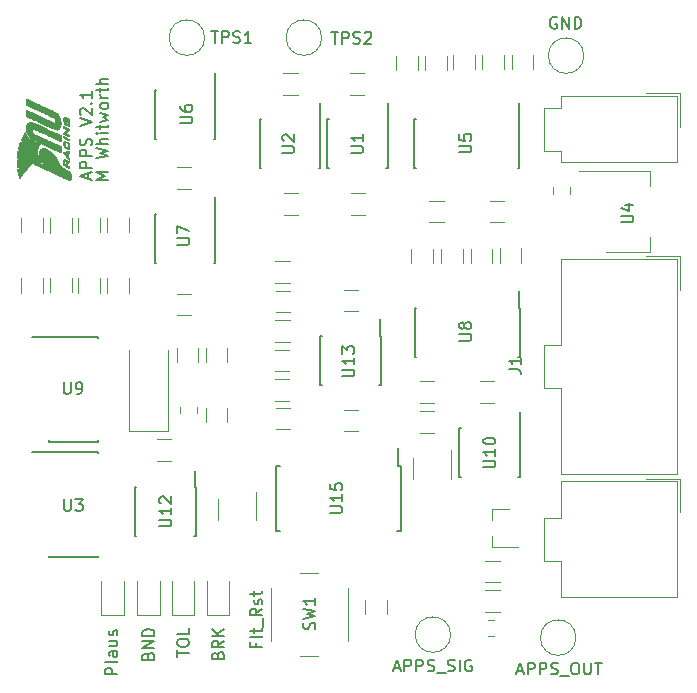
<source format=gbr>
G04 #@! TF.GenerationSoftware,KiCad,Pcbnew,(5.1.0)-1*
G04 #@! TF.CreationDate,2019-11-07T12:18:48+11:00*
G04 #@! TF.ProjectId,APPS,41505053-2e6b-4696-9361-645f70636258,rev?*
G04 #@! TF.SameCoordinates,Original*
G04 #@! TF.FileFunction,Legend,Top*
G04 #@! TF.FilePolarity,Positive*
%FSLAX46Y46*%
G04 Gerber Fmt 4.6, Leading zero omitted, Abs format (unit mm)*
G04 Created by KiCad (PCBNEW (5.1.0)-1) date 2019-11-07 12:18:48*
%MOMM*%
%LPD*%
G04 APERTURE LIST*
%ADD10C,0.150000*%
%ADD11C,0.120000*%
%ADD12C,0.010000*%
G04 APERTURE END LIST*
D10*
X110827980Y-72484714D02*
X109827980Y-72484714D01*
X110542266Y-72151380D01*
X109827980Y-71818047D01*
X110827980Y-71818047D01*
X109827980Y-70675190D02*
X110827980Y-70437095D01*
X110113695Y-70246619D01*
X110827980Y-70056142D01*
X109827980Y-69818047D01*
X110827980Y-69437095D02*
X109827980Y-69437095D01*
X110827980Y-69008523D02*
X110304171Y-69008523D01*
X110208933Y-69056142D01*
X110161314Y-69151380D01*
X110161314Y-69294238D01*
X110208933Y-69389476D01*
X110256552Y-69437095D01*
X110827980Y-68532333D02*
X110161314Y-68532333D01*
X109827980Y-68532333D02*
X109875600Y-68579952D01*
X109923219Y-68532333D01*
X109875600Y-68484714D01*
X109827980Y-68532333D01*
X109923219Y-68532333D01*
X110161314Y-68199000D02*
X110161314Y-67818047D01*
X109827980Y-68056142D02*
X110685123Y-68056142D01*
X110780361Y-68008523D01*
X110827980Y-67913285D01*
X110827980Y-67818047D01*
X110161314Y-67579952D02*
X110827980Y-67389476D01*
X110351790Y-67199000D01*
X110827980Y-67008523D01*
X110161314Y-66818047D01*
X110827980Y-66294238D02*
X110780361Y-66389476D01*
X110732742Y-66437095D01*
X110637504Y-66484714D01*
X110351790Y-66484714D01*
X110256552Y-66437095D01*
X110208933Y-66389476D01*
X110161314Y-66294238D01*
X110161314Y-66151380D01*
X110208933Y-66056142D01*
X110256552Y-66008523D01*
X110351790Y-65960904D01*
X110637504Y-65960904D01*
X110732742Y-66008523D01*
X110780361Y-66056142D01*
X110827980Y-66151380D01*
X110827980Y-66294238D01*
X110827980Y-65532333D02*
X110161314Y-65532333D01*
X110351790Y-65532333D02*
X110256552Y-65484714D01*
X110208933Y-65437095D01*
X110161314Y-65341857D01*
X110161314Y-65246619D01*
X110161314Y-65056142D02*
X110161314Y-64675190D01*
X109827980Y-64913285D02*
X110685123Y-64913285D01*
X110780361Y-64865666D01*
X110827980Y-64770428D01*
X110827980Y-64675190D01*
X110827980Y-64341857D02*
X109827980Y-64341857D01*
X110827980Y-63913285D02*
X110304171Y-63913285D01*
X110208933Y-63960904D01*
X110161314Y-64056142D01*
X110161314Y-64199000D01*
X110208933Y-64294238D01*
X110256552Y-64341857D01*
X109145266Y-72421285D02*
X109145266Y-71945095D01*
X109430980Y-72516523D02*
X108430980Y-72183190D01*
X109430980Y-71849857D01*
X109430980Y-71516523D02*
X108430980Y-71516523D01*
X108430980Y-71135571D01*
X108478600Y-71040333D01*
X108526219Y-70992714D01*
X108621457Y-70945095D01*
X108764314Y-70945095D01*
X108859552Y-70992714D01*
X108907171Y-71040333D01*
X108954790Y-71135571D01*
X108954790Y-71516523D01*
X109430980Y-70516523D02*
X108430980Y-70516523D01*
X108430980Y-70135571D01*
X108478600Y-70040333D01*
X108526219Y-69992714D01*
X108621457Y-69945095D01*
X108764314Y-69945095D01*
X108859552Y-69992714D01*
X108907171Y-70040333D01*
X108954790Y-70135571D01*
X108954790Y-70516523D01*
X109383361Y-69564142D02*
X109430980Y-69421285D01*
X109430980Y-69183190D01*
X109383361Y-69087952D01*
X109335742Y-69040333D01*
X109240504Y-68992714D01*
X109145266Y-68992714D01*
X109050028Y-69040333D01*
X109002409Y-69087952D01*
X108954790Y-69183190D01*
X108907171Y-69373666D01*
X108859552Y-69468904D01*
X108811933Y-69516523D01*
X108716695Y-69564142D01*
X108621457Y-69564142D01*
X108526219Y-69516523D01*
X108478600Y-69468904D01*
X108430980Y-69373666D01*
X108430980Y-69135571D01*
X108478600Y-68992714D01*
X108430980Y-67945095D02*
X109430980Y-67611761D01*
X108430980Y-67278428D01*
X108526219Y-66992714D02*
X108478600Y-66945095D01*
X108430980Y-66849857D01*
X108430980Y-66611761D01*
X108478600Y-66516523D01*
X108526219Y-66468904D01*
X108621457Y-66421285D01*
X108716695Y-66421285D01*
X108859552Y-66468904D01*
X109430980Y-67040333D01*
X109430980Y-66421285D01*
X109335742Y-65992714D02*
X109383361Y-65945095D01*
X109430980Y-65992714D01*
X109383361Y-66040333D01*
X109335742Y-65992714D01*
X109430980Y-65992714D01*
X109430980Y-64992714D02*
X109430980Y-65564142D01*
X109430980Y-65278428D02*
X108430980Y-65278428D01*
X108573838Y-65373666D01*
X108669076Y-65468904D01*
X108716695Y-65564142D01*
D11*
X151093200Y-61976000D02*
G75*
G03X151093200Y-61976000I-1500000J0D01*
G01*
X150420200Y-111252000D02*
G75*
G03X150420200Y-111252000I-1500000J0D01*
G01*
X139815600Y-110998000D02*
G75*
G03X139815600Y-110998000I-1500000J0D01*
G01*
X128893600Y-60452000D02*
G75*
G03X128893600Y-60452000I-1500000J0D01*
G01*
X118987600Y-60452000D02*
G75*
G03X118987600Y-60452000I-1500000J0D01*
G01*
X159203600Y-97788000D02*
X156353600Y-97788000D01*
X159203600Y-100638000D02*
X159203600Y-97788000D01*
X147743600Y-104748000D02*
X147743600Y-102938000D01*
X149143600Y-104748000D02*
X147743600Y-104748000D01*
X149143600Y-107848000D02*
X149143600Y-104748000D01*
X158963600Y-107848000D02*
X149143600Y-107848000D01*
X158963600Y-102938000D02*
X158963600Y-107848000D01*
X147743600Y-101128000D02*
X147743600Y-102938000D01*
X149143600Y-101128000D02*
X147743600Y-101128000D01*
X149143600Y-98028000D02*
X149143600Y-101128000D01*
X158963600Y-98028000D02*
X149143600Y-98028000D01*
X158963600Y-102938000D02*
X158963600Y-98028000D01*
X158968600Y-88301500D02*
X158968600Y-97411500D01*
X159208600Y-81801500D02*
X159208600Y-78951500D01*
X149148600Y-79191500D02*
X149148600Y-86491500D01*
X159208600Y-78951500D02*
X156358600Y-78951500D01*
X149148600Y-90111500D02*
X147748600Y-90111500D01*
X147748600Y-90111500D02*
X147748600Y-88301500D01*
X149148600Y-97411500D02*
X149148600Y-90111500D01*
X158968600Y-97411500D02*
X149148600Y-97411500D01*
X158968600Y-88301500D02*
X158968600Y-79191500D01*
X158968600Y-79191500D02*
X149148600Y-79191500D01*
X149148600Y-86491500D02*
X147748600Y-86491500D01*
X147748600Y-86491500D02*
X147748600Y-88301500D01*
D12*
G36*
X103884374Y-65804638D02*
G01*
X103886355Y-65733356D01*
X103889355Y-65678477D01*
X103893126Y-65644882D01*
X103896360Y-65636589D01*
X103913088Y-65642671D01*
X103952692Y-65659682D01*
X104011038Y-65685764D01*
X104083992Y-65719062D01*
X104167420Y-65757719D01*
X104198919Y-65772448D01*
X104273934Y-65807576D01*
X104371655Y-65853287D01*
X104487707Y-65907537D01*
X104617713Y-65968281D01*
X104757296Y-66033475D01*
X104902081Y-66101074D01*
X105047691Y-66169034D01*
X105146188Y-66214990D01*
X105365001Y-66317046D01*
X105558470Y-66407325D01*
X105728297Y-66486751D01*
X105876186Y-66556250D01*
X106003840Y-66616747D01*
X106112962Y-66669168D01*
X106205256Y-66714436D01*
X106282424Y-66753479D01*
X106346171Y-66787219D01*
X106398199Y-66816584D01*
X106440212Y-66842497D01*
X106473912Y-66865884D01*
X106501004Y-66887671D01*
X106523190Y-66908782D01*
X106542174Y-66930142D01*
X106559660Y-66952677D01*
X106577349Y-66977312D01*
X106594619Y-67001717D01*
X106683019Y-67147864D01*
X106745391Y-67303932D01*
X106759929Y-67355188D01*
X106772716Y-67423161D01*
X106782439Y-67511160D01*
X106788699Y-67609535D01*
X106791098Y-67708641D01*
X106789236Y-67798830D01*
X106782715Y-67870455D01*
X106781528Y-67877765D01*
X106750354Y-67991337D01*
X106701037Y-68085306D01*
X106635916Y-68157822D01*
X106557329Y-68207032D01*
X106467617Y-68231085D01*
X106369117Y-68228131D01*
X106344961Y-68223320D01*
X106323198Y-68215184D01*
X106276828Y-68195516D01*
X106208268Y-68165432D01*
X106119939Y-68126047D01*
X106014259Y-68078478D01*
X105893648Y-68023842D01*
X105760524Y-67963254D01*
X105617306Y-67897830D01*
X105466414Y-67828688D01*
X105310266Y-67756942D01*
X105151282Y-67683710D01*
X104991881Y-67610107D01*
X104834482Y-67537249D01*
X104681503Y-67466254D01*
X104535364Y-67398237D01*
X104398484Y-67334314D01*
X104273283Y-67275601D01*
X104162178Y-67223215D01*
X104067589Y-67178272D01*
X103991936Y-67141888D01*
X103937637Y-67115179D01*
X103907111Y-67099262D01*
X103901983Y-67096080D01*
X103895662Y-67077388D01*
X103890958Y-67036040D01*
X103887826Y-66977859D01*
X103886217Y-66908669D01*
X103886085Y-66834292D01*
X103887383Y-66760552D01*
X103890065Y-66693271D01*
X103894083Y-66638274D01*
X103899390Y-66601384D01*
X103905940Y-66588423D01*
X103906070Y-66588445D01*
X103921533Y-66595094D01*
X103962104Y-66613502D01*
X104025830Y-66642761D01*
X104110753Y-66681965D01*
X104214918Y-66730204D01*
X104336371Y-66786572D01*
X104473153Y-66850161D01*
X104623312Y-66920064D01*
X104784890Y-66995373D01*
X104955931Y-67075179D01*
X105121422Y-67152474D01*
X105299263Y-67235546D01*
X105469283Y-67314903D01*
X105629544Y-67389645D01*
X105778111Y-67458872D01*
X105913046Y-67521683D01*
X106032412Y-67577177D01*
X106134273Y-67624455D01*
X106216692Y-67662615D01*
X106277732Y-67690758D01*
X106315455Y-67707982D01*
X106327922Y-67713412D01*
X106332872Y-67699767D01*
X106334998Y-67663680D01*
X106334632Y-67612426D01*
X106332109Y-67553279D01*
X106327759Y-67493512D01*
X106321917Y-67440399D01*
X106314915Y-67401215D01*
X106313388Y-67395634D01*
X106290077Y-67332339D01*
X106259753Y-67282897D01*
X106216677Y-67241492D01*
X106155108Y-67202311D01*
X106089947Y-67169262D01*
X106063949Y-67156868D01*
X106038335Y-67144685D01*
X106011297Y-67131867D01*
X105981028Y-67117569D01*
X105945720Y-67100945D01*
X105903565Y-67081150D01*
X105852755Y-67057338D01*
X105791482Y-67028664D01*
X105717939Y-66994282D01*
X105630318Y-66953347D01*
X105526811Y-66905014D01*
X105405609Y-66848436D01*
X105264907Y-66782770D01*
X105102894Y-66707168D01*
X104917765Y-66620786D01*
X104707710Y-66522778D01*
X104664335Y-66502540D01*
X103883658Y-66138294D01*
X103883658Y-65887441D01*
X103884374Y-65804638D01*
X103884374Y-65804638D01*
G37*
X103884374Y-65804638D02*
X103886355Y-65733356D01*
X103889355Y-65678477D01*
X103893126Y-65644882D01*
X103896360Y-65636589D01*
X103913088Y-65642671D01*
X103952692Y-65659682D01*
X104011038Y-65685764D01*
X104083992Y-65719062D01*
X104167420Y-65757719D01*
X104198919Y-65772448D01*
X104273934Y-65807576D01*
X104371655Y-65853287D01*
X104487707Y-65907537D01*
X104617713Y-65968281D01*
X104757296Y-66033475D01*
X104902081Y-66101074D01*
X105047691Y-66169034D01*
X105146188Y-66214990D01*
X105365001Y-66317046D01*
X105558470Y-66407325D01*
X105728297Y-66486751D01*
X105876186Y-66556250D01*
X106003840Y-66616747D01*
X106112962Y-66669168D01*
X106205256Y-66714436D01*
X106282424Y-66753479D01*
X106346171Y-66787219D01*
X106398199Y-66816584D01*
X106440212Y-66842497D01*
X106473912Y-66865884D01*
X106501004Y-66887671D01*
X106523190Y-66908782D01*
X106542174Y-66930142D01*
X106559660Y-66952677D01*
X106577349Y-66977312D01*
X106594619Y-67001717D01*
X106683019Y-67147864D01*
X106745391Y-67303932D01*
X106759929Y-67355188D01*
X106772716Y-67423161D01*
X106782439Y-67511160D01*
X106788699Y-67609535D01*
X106791098Y-67708641D01*
X106789236Y-67798830D01*
X106782715Y-67870455D01*
X106781528Y-67877765D01*
X106750354Y-67991337D01*
X106701037Y-68085306D01*
X106635916Y-68157822D01*
X106557329Y-68207032D01*
X106467617Y-68231085D01*
X106369117Y-68228131D01*
X106344961Y-68223320D01*
X106323198Y-68215184D01*
X106276828Y-68195516D01*
X106208268Y-68165432D01*
X106119939Y-68126047D01*
X106014259Y-68078478D01*
X105893648Y-68023842D01*
X105760524Y-67963254D01*
X105617306Y-67897830D01*
X105466414Y-67828688D01*
X105310266Y-67756942D01*
X105151282Y-67683710D01*
X104991881Y-67610107D01*
X104834482Y-67537249D01*
X104681503Y-67466254D01*
X104535364Y-67398237D01*
X104398484Y-67334314D01*
X104273283Y-67275601D01*
X104162178Y-67223215D01*
X104067589Y-67178272D01*
X103991936Y-67141888D01*
X103937637Y-67115179D01*
X103907111Y-67099262D01*
X103901983Y-67096080D01*
X103895662Y-67077388D01*
X103890958Y-67036040D01*
X103887826Y-66977859D01*
X103886217Y-66908669D01*
X103886085Y-66834292D01*
X103887383Y-66760552D01*
X103890065Y-66693271D01*
X103894083Y-66638274D01*
X103899390Y-66601384D01*
X103905940Y-66588423D01*
X103906070Y-66588445D01*
X103921533Y-66595094D01*
X103962104Y-66613502D01*
X104025830Y-66642761D01*
X104110753Y-66681965D01*
X104214918Y-66730204D01*
X104336371Y-66786572D01*
X104473153Y-66850161D01*
X104623312Y-66920064D01*
X104784890Y-66995373D01*
X104955931Y-67075179D01*
X105121422Y-67152474D01*
X105299263Y-67235546D01*
X105469283Y-67314903D01*
X105629544Y-67389645D01*
X105778111Y-67458872D01*
X105913046Y-67521683D01*
X106032412Y-67577177D01*
X106134273Y-67624455D01*
X106216692Y-67662615D01*
X106277732Y-67690758D01*
X106315455Y-67707982D01*
X106327922Y-67713412D01*
X106332872Y-67699767D01*
X106334998Y-67663680D01*
X106334632Y-67612426D01*
X106332109Y-67553279D01*
X106327759Y-67493512D01*
X106321917Y-67440399D01*
X106314915Y-67401215D01*
X106313388Y-67395634D01*
X106290077Y-67332339D01*
X106259753Y-67282897D01*
X106216677Y-67241492D01*
X106155108Y-67202311D01*
X106089947Y-67169262D01*
X106063949Y-67156868D01*
X106038335Y-67144685D01*
X106011297Y-67131867D01*
X105981028Y-67117569D01*
X105945720Y-67100945D01*
X105903565Y-67081150D01*
X105852755Y-67057338D01*
X105791482Y-67028664D01*
X105717939Y-66994282D01*
X105630318Y-66953347D01*
X105526811Y-66905014D01*
X105405609Y-66848436D01*
X105264907Y-66782770D01*
X105102894Y-66707168D01*
X104917765Y-66620786D01*
X104707710Y-66522778D01*
X104664335Y-66502540D01*
X103883658Y-66138294D01*
X103883658Y-65887441D01*
X103884374Y-65804638D01*
G36*
X103892665Y-68040461D02*
G01*
X103894410Y-67972657D01*
X103898163Y-67921978D01*
X103904622Y-67882048D01*
X103914485Y-67846491D01*
X103927262Y-67811922D01*
X103978480Y-67715113D01*
X104044866Y-67641450D01*
X104123847Y-67592505D01*
X104212853Y-67569850D01*
X104309311Y-67575057D01*
X104313408Y-67575892D01*
X104340927Y-67585187D01*
X104393905Y-67606623D01*
X104470811Y-67639511D01*
X104570117Y-67683161D01*
X104690292Y-67736885D01*
X104829806Y-67799994D01*
X104987131Y-67871799D01*
X105160736Y-67951610D01*
X105349093Y-68038739D01*
X105550670Y-68132497D01*
X105592280Y-68151911D01*
X106789717Y-68710848D01*
X106793835Y-68954324D01*
X106794542Y-69036871D01*
X106793853Y-69108846D01*
X106791922Y-69164985D01*
X106788905Y-69200026D01*
X106786365Y-69209069D01*
X106770838Y-69205298D01*
X106731116Y-69189958D01*
X106670006Y-69164283D01*
X106590313Y-69129509D01*
X106494842Y-69086871D01*
X106386398Y-69037603D01*
X106267788Y-68982940D01*
X106184600Y-68944180D01*
X106048803Y-68880665D01*
X105911340Y-68816420D01*
X105776771Y-68753574D01*
X105649659Y-68694256D01*
X105534566Y-68640594D01*
X105436054Y-68594716D01*
X105358683Y-68558752D01*
X105340423Y-68550282D01*
X105252759Y-68509578D01*
X105145619Y-68459726D01*
X105026587Y-68404260D01*
X104903244Y-68346715D01*
X104783174Y-68290625D01*
X104720364Y-68261250D01*
X104354306Y-68089959D01*
X104349809Y-68219185D01*
X104348698Y-68302437D01*
X104353473Y-68371912D01*
X104366781Y-68430613D01*
X104391271Y-68481547D01*
X104429591Y-68527719D01*
X104484388Y-68572133D01*
X104558311Y-68617794D01*
X104654007Y-68667708D01*
X104774124Y-68724880D01*
X104810011Y-68741456D01*
X104912947Y-68788891D01*
X105017978Y-68837425D01*
X105118334Y-68883920D01*
X105207242Y-68925236D01*
X105277930Y-68958236D01*
X105295600Y-68966528D01*
X105342820Y-68988677D01*
X105413613Y-69021811D01*
X105504465Y-69064287D01*
X105611864Y-69114466D01*
X105732297Y-69170707D01*
X105862252Y-69231370D01*
X105998216Y-69294812D01*
X106124835Y-69353872D01*
X106789717Y-69663940D01*
X106793814Y-69913853D01*
X106794820Y-70012496D01*
X106794031Y-70084051D01*
X106791298Y-70131266D01*
X106786471Y-70156891D01*
X106780263Y-70163765D01*
X106763155Y-70157645D01*
X106722086Y-70140214D01*
X106660146Y-70112861D01*
X106580422Y-70076977D01*
X106486001Y-70033955D01*
X106379973Y-69985184D01*
X106265425Y-69932055D01*
X106253225Y-69926372D01*
X105979093Y-69798581D01*
X105730834Y-69682770D01*
X105507211Y-69578351D01*
X105306986Y-69484740D01*
X105128920Y-69401349D01*
X104971775Y-69327592D01*
X104834314Y-69262882D01*
X104715298Y-69206634D01*
X104613489Y-69158261D01*
X104527649Y-69117177D01*
X104456540Y-69082794D01*
X104398923Y-69054528D01*
X104353562Y-69031790D01*
X104319217Y-69013996D01*
X104294651Y-69000559D01*
X104280256Y-68991947D01*
X104179875Y-68911838D01*
X104088523Y-68807758D01*
X104009892Y-68685137D01*
X103947676Y-68549407D01*
X103918806Y-68460471D01*
X103907110Y-68408434D01*
X103899154Y-68348357D01*
X103894421Y-68273857D01*
X103892396Y-68178551D01*
X103892229Y-68131765D01*
X103892665Y-68040461D01*
X103892665Y-68040461D01*
G37*
X103892665Y-68040461D02*
X103894410Y-67972657D01*
X103898163Y-67921978D01*
X103904622Y-67882048D01*
X103914485Y-67846491D01*
X103927262Y-67811922D01*
X103978480Y-67715113D01*
X104044866Y-67641450D01*
X104123847Y-67592505D01*
X104212853Y-67569850D01*
X104309311Y-67575057D01*
X104313408Y-67575892D01*
X104340927Y-67585187D01*
X104393905Y-67606623D01*
X104470811Y-67639511D01*
X104570117Y-67683161D01*
X104690292Y-67736885D01*
X104829806Y-67799994D01*
X104987131Y-67871799D01*
X105160736Y-67951610D01*
X105349093Y-68038739D01*
X105550670Y-68132497D01*
X105592280Y-68151911D01*
X106789717Y-68710848D01*
X106793835Y-68954324D01*
X106794542Y-69036871D01*
X106793853Y-69108846D01*
X106791922Y-69164985D01*
X106788905Y-69200026D01*
X106786365Y-69209069D01*
X106770838Y-69205298D01*
X106731116Y-69189958D01*
X106670006Y-69164283D01*
X106590313Y-69129509D01*
X106494842Y-69086871D01*
X106386398Y-69037603D01*
X106267788Y-68982940D01*
X106184600Y-68944180D01*
X106048803Y-68880665D01*
X105911340Y-68816420D01*
X105776771Y-68753574D01*
X105649659Y-68694256D01*
X105534566Y-68640594D01*
X105436054Y-68594716D01*
X105358683Y-68558752D01*
X105340423Y-68550282D01*
X105252759Y-68509578D01*
X105145619Y-68459726D01*
X105026587Y-68404260D01*
X104903244Y-68346715D01*
X104783174Y-68290625D01*
X104720364Y-68261250D01*
X104354306Y-68089959D01*
X104349809Y-68219185D01*
X104348698Y-68302437D01*
X104353473Y-68371912D01*
X104366781Y-68430613D01*
X104391271Y-68481547D01*
X104429591Y-68527719D01*
X104484388Y-68572133D01*
X104558311Y-68617794D01*
X104654007Y-68667708D01*
X104774124Y-68724880D01*
X104810011Y-68741456D01*
X104912947Y-68788891D01*
X105017978Y-68837425D01*
X105118334Y-68883920D01*
X105207242Y-68925236D01*
X105277930Y-68958236D01*
X105295600Y-68966528D01*
X105342820Y-68988677D01*
X105413613Y-69021811D01*
X105504465Y-69064287D01*
X105611864Y-69114466D01*
X105732297Y-69170707D01*
X105862252Y-69231370D01*
X105998216Y-69294812D01*
X106124835Y-69353872D01*
X106789717Y-69663940D01*
X106793814Y-69913853D01*
X106794820Y-70012496D01*
X106794031Y-70084051D01*
X106791298Y-70131266D01*
X106786471Y-70156891D01*
X106780263Y-70163765D01*
X106763155Y-70157645D01*
X106722086Y-70140214D01*
X106660146Y-70112861D01*
X106580422Y-70076977D01*
X106486001Y-70033955D01*
X106379973Y-69985184D01*
X106265425Y-69932055D01*
X106253225Y-69926372D01*
X105979093Y-69798581D01*
X105730834Y-69682770D01*
X105507211Y-69578351D01*
X105306986Y-69484740D01*
X105128920Y-69401349D01*
X104971775Y-69327592D01*
X104834314Y-69262882D01*
X104715298Y-69206634D01*
X104613489Y-69158261D01*
X104527649Y-69117177D01*
X104456540Y-69082794D01*
X104398923Y-69054528D01*
X104353562Y-69031790D01*
X104319217Y-69013996D01*
X104294651Y-69000559D01*
X104280256Y-68991947D01*
X104179875Y-68911838D01*
X104088523Y-68807758D01*
X104009892Y-68685137D01*
X103947676Y-68549407D01*
X103918806Y-68460471D01*
X103907110Y-68408434D01*
X103899154Y-68348357D01*
X103894421Y-68273857D01*
X103892396Y-68178551D01*
X103892229Y-68131765D01*
X103892665Y-68040461D01*
G36*
X107037521Y-67279028D02*
G01*
X107039814Y-67222143D01*
X107044666Y-67183515D01*
X107052490Y-67159280D01*
X107063704Y-67145572D01*
X107073648Y-67140226D01*
X107108814Y-67139244D01*
X107144107Y-67155496D01*
X107167476Y-67181998D01*
X107170921Y-67196605D01*
X107175096Y-67237474D01*
X107180134Y-67261442D01*
X107181539Y-67287872D01*
X107164989Y-67295059D01*
X107154665Y-67298605D01*
X107147729Y-67312411D01*
X107143540Y-67341230D01*
X107141458Y-67389818D01*
X107140841Y-67462926D01*
X107140835Y-67474102D01*
X107140835Y-67653144D01*
X107211806Y-67689045D01*
X107265781Y-67715341D01*
X107319683Y-67740061D01*
X107338806Y-67748299D01*
X107394835Y-67771652D01*
X107394835Y-67588048D01*
X107394629Y-67511313D01*
X107393344Y-67459075D01*
X107389977Y-67425947D01*
X107383524Y-67406544D01*
X107372984Y-67395479D01*
X107357482Y-67387425D01*
X107320129Y-67370406D01*
X107320129Y-67467203D01*
X107319176Y-67516576D01*
X107316684Y-67551452D01*
X107313361Y-67564000D01*
X107296266Y-67558465D01*
X107268538Y-67546661D01*
X107252128Y-67538117D01*
X107241279Y-67526551D01*
X107234839Y-67506313D01*
X107231660Y-67471749D01*
X107230591Y-67417208D01*
X107230482Y-67359593D01*
X107230482Y-67189864D01*
X107286511Y-67218006D01*
X107339819Y-67244243D01*
X107394649Y-67270474D01*
X107399228Y-67272618D01*
X107432998Y-67290723D01*
X107458245Y-67312046D01*
X107476160Y-67340935D01*
X107487933Y-67381738D01*
X107494755Y-67438802D01*
X107497816Y-67516472D01*
X107498305Y-67619098D01*
X107498244Y-67634229D01*
X107497420Y-67718782D01*
X107495890Y-67793467D01*
X107493827Y-67852908D01*
X107491404Y-67891729D01*
X107489528Y-67903912D01*
X107472617Y-67919262D01*
X107438595Y-67919950D01*
X107385280Y-67905474D01*
X107310486Y-67875334D01*
X107255919Y-67850247D01*
X107183203Y-67815573D01*
X107129344Y-67786971D01*
X107091423Y-67759229D01*
X107066521Y-67727138D01*
X107051719Y-67685488D01*
X107044096Y-67629068D01*
X107040733Y-67552669D01*
X107038946Y-67463032D01*
X107037370Y-67358036D01*
X107037521Y-67279028D01*
X107037521Y-67279028D01*
G37*
X107037521Y-67279028D02*
X107039814Y-67222143D01*
X107044666Y-67183515D01*
X107052490Y-67159280D01*
X107063704Y-67145572D01*
X107073648Y-67140226D01*
X107108814Y-67139244D01*
X107144107Y-67155496D01*
X107167476Y-67181998D01*
X107170921Y-67196605D01*
X107175096Y-67237474D01*
X107180134Y-67261442D01*
X107181539Y-67287872D01*
X107164989Y-67295059D01*
X107154665Y-67298605D01*
X107147729Y-67312411D01*
X107143540Y-67341230D01*
X107141458Y-67389818D01*
X107140841Y-67462926D01*
X107140835Y-67474102D01*
X107140835Y-67653144D01*
X107211806Y-67689045D01*
X107265781Y-67715341D01*
X107319683Y-67740061D01*
X107338806Y-67748299D01*
X107394835Y-67771652D01*
X107394835Y-67588048D01*
X107394629Y-67511313D01*
X107393344Y-67459075D01*
X107389977Y-67425947D01*
X107383524Y-67406544D01*
X107372984Y-67395479D01*
X107357482Y-67387425D01*
X107320129Y-67370406D01*
X107320129Y-67467203D01*
X107319176Y-67516576D01*
X107316684Y-67551452D01*
X107313361Y-67564000D01*
X107296266Y-67558465D01*
X107268538Y-67546661D01*
X107252128Y-67538117D01*
X107241279Y-67526551D01*
X107234839Y-67506313D01*
X107231660Y-67471749D01*
X107230591Y-67417208D01*
X107230482Y-67359593D01*
X107230482Y-67189864D01*
X107286511Y-67218006D01*
X107339819Y-67244243D01*
X107394649Y-67270474D01*
X107399228Y-67272618D01*
X107432998Y-67290723D01*
X107458245Y-67312046D01*
X107476160Y-67340935D01*
X107487933Y-67381738D01*
X107494755Y-67438802D01*
X107497816Y-67516472D01*
X107498305Y-67619098D01*
X107498244Y-67634229D01*
X107497420Y-67718782D01*
X107495890Y-67793467D01*
X107493827Y-67852908D01*
X107491404Y-67891729D01*
X107489528Y-67903912D01*
X107472617Y-67919262D01*
X107438595Y-67919950D01*
X107385280Y-67905474D01*
X107310486Y-67875334D01*
X107255919Y-67850247D01*
X107183203Y-67815573D01*
X107129344Y-67786971D01*
X107091423Y-67759229D01*
X107066521Y-67727138D01*
X107051719Y-67685488D01*
X107044096Y-67629068D01*
X107040733Y-67552669D01*
X107038946Y-67463032D01*
X107037370Y-67358036D01*
X107037521Y-67279028D01*
G36*
X107037719Y-67975437D02*
G01*
X107041402Y-67954170D01*
X107042982Y-67952471D01*
X107058097Y-67958483D01*
X107095589Y-67975109D01*
X107150801Y-68000236D01*
X107219073Y-68031749D01*
X107270835Y-68055866D01*
X107352834Y-68094422D01*
X107411664Y-68123127D01*
X107451279Y-68144670D01*
X107475636Y-68161739D01*
X107488690Y-68177021D01*
X107494395Y-68193204D01*
X107496374Y-68209125D01*
X107496533Y-68231206D01*
X107490419Y-68251991D01*
X107474591Y-68275999D01*
X107445610Y-68307747D01*
X107400035Y-68351756D01*
X107358168Y-68390661D01*
X107304865Y-68440743D01*
X107260621Y-68483974D01*
X107229572Y-68516191D01*
X107215852Y-68533228D01*
X107215541Y-68534309D01*
X107228293Y-68545039D01*
X107262750Y-68564619D01*
X107313212Y-68589981D01*
X107357482Y-68610658D01*
X107499423Y-68675032D01*
X107499423Y-68740820D01*
X107496838Y-68779149D01*
X107490301Y-68800149D01*
X107486473Y-68801628D01*
X107469180Y-68793837D01*
X107429739Y-68775516D01*
X107373002Y-68748937D01*
X107303823Y-68716371D01*
X107254884Y-68693257D01*
X107173469Y-68654522D01*
X107115259Y-68625747D01*
X107076368Y-68604282D01*
X107052909Y-68587476D01*
X107040997Y-68572677D01*
X107036746Y-68557236D01*
X107036247Y-68544113D01*
X107039660Y-68521639D01*
X107052027Y-68496139D01*
X107076542Y-68463395D01*
X107116395Y-68419192D01*
X107174780Y-68359310D01*
X107180468Y-68353594D01*
X107324689Y-68208830D01*
X107036247Y-68074040D01*
X107036247Y-68013256D01*
X107037719Y-67975437D01*
X107037719Y-67975437D01*
G37*
X107037719Y-67975437D02*
X107041402Y-67954170D01*
X107042982Y-67952471D01*
X107058097Y-67958483D01*
X107095589Y-67975109D01*
X107150801Y-68000236D01*
X107219073Y-68031749D01*
X107270835Y-68055866D01*
X107352834Y-68094422D01*
X107411664Y-68123127D01*
X107451279Y-68144670D01*
X107475636Y-68161739D01*
X107488690Y-68177021D01*
X107494395Y-68193204D01*
X107496374Y-68209125D01*
X107496533Y-68231206D01*
X107490419Y-68251991D01*
X107474591Y-68275999D01*
X107445610Y-68307747D01*
X107400035Y-68351756D01*
X107358168Y-68390661D01*
X107304865Y-68440743D01*
X107260621Y-68483974D01*
X107229572Y-68516191D01*
X107215852Y-68533228D01*
X107215541Y-68534309D01*
X107228293Y-68545039D01*
X107262750Y-68564619D01*
X107313212Y-68589981D01*
X107357482Y-68610658D01*
X107499423Y-68675032D01*
X107499423Y-68740820D01*
X107496838Y-68779149D01*
X107490301Y-68800149D01*
X107486473Y-68801628D01*
X107469180Y-68793837D01*
X107429739Y-68775516D01*
X107373002Y-68748937D01*
X107303823Y-68716371D01*
X107254884Y-68693257D01*
X107173469Y-68654522D01*
X107115259Y-68625747D01*
X107076368Y-68604282D01*
X107052909Y-68587476D01*
X107040997Y-68572677D01*
X107036746Y-68557236D01*
X107036247Y-68544113D01*
X107039660Y-68521639D01*
X107052027Y-68496139D01*
X107076542Y-68463395D01*
X107116395Y-68419192D01*
X107174780Y-68359310D01*
X107180468Y-68353594D01*
X107324689Y-68208830D01*
X107036247Y-68074040D01*
X107036247Y-68013256D01*
X107037719Y-67975437D01*
G36*
X107039740Y-68807843D02*
G01*
X107041816Y-68804118D01*
X107057076Y-68810165D01*
X107094678Y-68826892D01*
X107149965Y-68852173D01*
X107218278Y-68883887D01*
X107270487Y-68908368D01*
X107491953Y-69012618D01*
X107496506Y-69080191D01*
X107496847Y-69120120D01*
X107492499Y-69143925D01*
X107489036Y-69146929D01*
X107472046Y-69140608D01*
X107432895Y-69123688D01*
X107376440Y-69098339D01*
X107307536Y-69066730D01*
X107260364Y-69044786D01*
X107043717Y-68943480D01*
X107039163Y-68873799D01*
X107037871Y-68832909D01*
X107039740Y-68807843D01*
X107039740Y-68807843D01*
G37*
X107039740Y-68807843D02*
X107041816Y-68804118D01*
X107057076Y-68810165D01*
X107094678Y-68826892D01*
X107149965Y-68852173D01*
X107218278Y-68883887D01*
X107270487Y-68908368D01*
X107491953Y-69012618D01*
X107496506Y-69080191D01*
X107496847Y-69120120D01*
X107492499Y-69143925D01*
X107489036Y-69146929D01*
X107472046Y-69140608D01*
X107432895Y-69123688D01*
X107376440Y-69098339D01*
X107307536Y-69066730D01*
X107260364Y-69044786D01*
X107043717Y-68943480D01*
X107039163Y-68873799D01*
X107037871Y-68832909D01*
X107039740Y-68807843D01*
G36*
X107039857Y-69270410D02*
G01*
X107045486Y-69217424D01*
X107055782Y-69184258D01*
X107071610Y-69167583D01*
X107093834Y-69164068D01*
X107112363Y-69167325D01*
X107166732Y-69190773D01*
X107198563Y-69230941D01*
X107211029Y-69279025D01*
X107214786Y-69321463D01*
X107208482Y-69338962D01*
X107188412Y-69335783D01*
X107169735Y-69326534D01*
X107157025Y-69321246D01*
X107148718Y-69324817D01*
X107143882Y-69341952D01*
X107141583Y-69377357D01*
X107140889Y-69435739D01*
X107140851Y-69472210D01*
X107140868Y-69633353D01*
X107255585Y-69685647D01*
X107309530Y-69710170D01*
X107353080Y-69729840D01*
X107379048Y-69741416D01*
X107382569Y-69742922D01*
X107387575Y-69731135D01*
X107391596Y-69695368D01*
X107394156Y-69641521D01*
X107394835Y-69590159D01*
X107394835Y-69432415D01*
X107349460Y-69408950D01*
X107319977Y-69390493D01*
X107309961Y-69369169D01*
X107313705Y-69332265D01*
X107314089Y-69330126D01*
X107321789Y-69292806D01*
X107328148Y-69270706D01*
X107329103Y-69269019D01*
X107346754Y-69268882D01*
X107378777Y-69282132D01*
X107415921Y-69303852D01*
X107448935Y-69329129D01*
X107456859Y-69336892D01*
X107469963Y-69352317D01*
X107479458Y-69369705D01*
X107486049Y-69394026D01*
X107490442Y-69430252D01*
X107493341Y-69483353D01*
X107495452Y-69558299D01*
X107496667Y-69617527D01*
X107498102Y-69709941D01*
X107498046Y-69777129D01*
X107496148Y-69823727D01*
X107492058Y-69854368D01*
X107485427Y-69873687D01*
X107476416Y-69885814D01*
X107462814Y-69897469D01*
X107447541Y-69902803D01*
X107425751Y-69900527D01*
X107392596Y-69889347D01*
X107343226Y-69867972D01*
X107272796Y-69835111D01*
X107255599Y-69826972D01*
X107181786Y-69791490D01*
X107127491Y-69761595D01*
X107089615Y-69731876D01*
X107065057Y-69696925D01*
X107050720Y-69651334D01*
X107043505Y-69589694D01*
X107040313Y-69506596D01*
X107039137Y-69449164D01*
X107038029Y-69346547D01*
X107039857Y-69270410D01*
X107039857Y-69270410D01*
G37*
X107039857Y-69270410D02*
X107045486Y-69217424D01*
X107055782Y-69184258D01*
X107071610Y-69167583D01*
X107093834Y-69164068D01*
X107112363Y-69167325D01*
X107166732Y-69190773D01*
X107198563Y-69230941D01*
X107211029Y-69279025D01*
X107214786Y-69321463D01*
X107208482Y-69338962D01*
X107188412Y-69335783D01*
X107169735Y-69326534D01*
X107157025Y-69321246D01*
X107148718Y-69324817D01*
X107143882Y-69341952D01*
X107141583Y-69377357D01*
X107140889Y-69435739D01*
X107140851Y-69472210D01*
X107140868Y-69633353D01*
X107255585Y-69685647D01*
X107309530Y-69710170D01*
X107353080Y-69729840D01*
X107379048Y-69741416D01*
X107382569Y-69742922D01*
X107387575Y-69731135D01*
X107391596Y-69695368D01*
X107394156Y-69641521D01*
X107394835Y-69590159D01*
X107394835Y-69432415D01*
X107349460Y-69408950D01*
X107319977Y-69390493D01*
X107309961Y-69369169D01*
X107313705Y-69332265D01*
X107314089Y-69330126D01*
X107321789Y-69292806D01*
X107328148Y-69270706D01*
X107329103Y-69269019D01*
X107346754Y-69268882D01*
X107378777Y-69282132D01*
X107415921Y-69303852D01*
X107448935Y-69329129D01*
X107456859Y-69336892D01*
X107469963Y-69352317D01*
X107479458Y-69369705D01*
X107486049Y-69394026D01*
X107490442Y-69430252D01*
X107493341Y-69483353D01*
X107495452Y-69558299D01*
X107496667Y-69617527D01*
X107498102Y-69709941D01*
X107498046Y-69777129D01*
X107496148Y-69823727D01*
X107492058Y-69854368D01*
X107485427Y-69873687D01*
X107476416Y-69885814D01*
X107462814Y-69897469D01*
X107447541Y-69902803D01*
X107425751Y-69900527D01*
X107392596Y-69889347D01*
X107343226Y-69867972D01*
X107272796Y-69835111D01*
X107255599Y-69826972D01*
X107181786Y-69791490D01*
X107127491Y-69761595D01*
X107089615Y-69731876D01*
X107065057Y-69696925D01*
X107050720Y-69651334D01*
X107043505Y-69589694D01*
X107040313Y-69506596D01*
X107039137Y-69449164D01*
X107038029Y-69346547D01*
X107039857Y-69270410D01*
G36*
X107037245Y-70158549D02*
G01*
X107039021Y-70136023D01*
X107039982Y-70133758D01*
X107055071Y-70130626D01*
X107094185Y-70122077D01*
X107152194Y-70109244D01*
X107223967Y-70093258D01*
X107264368Y-70084223D01*
X107341481Y-70067507D01*
X107407813Y-70054174D01*
X107458141Y-70045192D01*
X107487242Y-70041529D01*
X107492221Y-70042014D01*
X107496430Y-70059931D01*
X107499024Y-70097379D01*
X107499423Y-70121432D01*
X107497648Y-70165489D01*
X107490388Y-70187086D01*
X107474742Y-70193532D01*
X107470763Y-70193647D01*
X107438272Y-70195403D01*
X107416659Y-70204028D01*
X107403717Y-70224554D01*
X107397244Y-70262018D01*
X107395033Y-70321453D01*
X107394835Y-70367026D01*
X107394835Y-70522267D01*
X107447129Y-70580151D01*
X107480778Y-70623032D01*
X107496225Y-70661743D01*
X107499423Y-70700968D01*
X107496366Y-70738299D01*
X107488659Y-70757961D01*
X107484721Y-70758922D01*
X107470958Y-70746676D01*
X107440653Y-70715184D01*
X107396856Y-70667766D01*
X107342615Y-70607739D01*
X107303894Y-70564193D01*
X107303894Y-70425236D01*
X107305188Y-70219794D01*
X107258497Y-70229133D01*
X107215977Y-70235891D01*
X107183791Y-70238471D01*
X107163929Y-70241051D01*
X107158985Y-70251289D01*
X107170617Y-70272935D01*
X107200479Y-70309737D01*
X107230000Y-70343059D01*
X107303894Y-70425236D01*
X107303894Y-70564193D01*
X107280980Y-70538423D01*
X107253685Y-70507412D01*
X107182771Y-70426313D01*
X107129281Y-70364017D01*
X107090759Y-70317017D01*
X107064751Y-70281805D01*
X107048804Y-70254872D01*
X107040462Y-70232709D01*
X107037271Y-70211808D01*
X107036798Y-70197383D01*
X107037245Y-70158549D01*
X107037245Y-70158549D01*
G37*
X107037245Y-70158549D02*
X107039021Y-70136023D01*
X107039982Y-70133758D01*
X107055071Y-70130626D01*
X107094185Y-70122077D01*
X107152194Y-70109244D01*
X107223967Y-70093258D01*
X107264368Y-70084223D01*
X107341481Y-70067507D01*
X107407813Y-70054174D01*
X107458141Y-70045192D01*
X107487242Y-70041529D01*
X107492221Y-70042014D01*
X107496430Y-70059931D01*
X107499024Y-70097379D01*
X107499423Y-70121432D01*
X107497648Y-70165489D01*
X107490388Y-70187086D01*
X107474742Y-70193532D01*
X107470763Y-70193647D01*
X107438272Y-70195403D01*
X107416659Y-70204028D01*
X107403717Y-70224554D01*
X107397244Y-70262018D01*
X107395033Y-70321453D01*
X107394835Y-70367026D01*
X107394835Y-70522267D01*
X107447129Y-70580151D01*
X107480778Y-70623032D01*
X107496225Y-70661743D01*
X107499423Y-70700968D01*
X107496366Y-70738299D01*
X107488659Y-70757961D01*
X107484721Y-70758922D01*
X107470958Y-70746676D01*
X107440653Y-70715184D01*
X107396856Y-70667766D01*
X107342615Y-70607739D01*
X107303894Y-70564193D01*
X107303894Y-70425236D01*
X107305188Y-70219794D01*
X107258497Y-70229133D01*
X107215977Y-70235891D01*
X107183791Y-70238471D01*
X107163929Y-70241051D01*
X107158985Y-70251289D01*
X107170617Y-70272935D01*
X107200479Y-70309737D01*
X107230000Y-70343059D01*
X107303894Y-70425236D01*
X107303894Y-70564193D01*
X107280980Y-70538423D01*
X107253685Y-70507412D01*
X107182771Y-70426313D01*
X107129281Y-70364017D01*
X107090759Y-70317017D01*
X107064751Y-70281805D01*
X107048804Y-70254872D01*
X107040462Y-70232709D01*
X107037271Y-70211808D01*
X107036798Y-70197383D01*
X107037245Y-70158549D01*
G36*
X107037180Y-70930164D02*
G01*
X107039789Y-70852756D01*
X107043785Y-70792495D01*
X107048880Y-70754486D01*
X107051714Y-70745489D01*
X107073192Y-70723049D01*
X107107036Y-70718692D01*
X107157915Y-70732389D01*
X107188155Y-70744670D01*
X107261469Y-70787573D01*
X107308728Y-70842481D01*
X107331709Y-70908726D01*
X107342541Y-70971141D01*
X107499423Y-70833801D01*
X107499423Y-71023276D01*
X107417247Y-71087457D01*
X107373433Y-71123257D01*
X107348702Y-71149882D01*
X107337701Y-71175358D01*
X107335078Y-71207713D01*
X107335070Y-71210713D01*
X107336611Y-71244193D01*
X107345573Y-71265815D01*
X107368462Y-71283137D01*
X107411787Y-71303713D01*
X107417247Y-71306131D01*
X107499423Y-71342474D01*
X107499423Y-71411776D01*
X107496893Y-71451370D01*
X107490461Y-71473915D01*
X107486123Y-71476098D01*
X107468702Y-71468309D01*
X107429146Y-71449996D01*
X107372321Y-71423434D01*
X107303097Y-71390895D01*
X107254534Y-71367983D01*
X107226005Y-71354504D01*
X107226005Y-71209679D01*
X107230489Y-71195794D01*
X107233291Y-71158219D01*
X107234127Y-71103110D01*
X107233254Y-71052682D01*
X107230873Y-70982642D01*
X107227698Y-70936406D01*
X107222146Y-70907903D01*
X107212631Y-70891065D01*
X107197569Y-70879823D01*
X107186589Y-70873952D01*
X107154863Y-70861539D01*
X107135653Y-70861269D01*
X107135259Y-70861616D01*
X107131267Y-70879675D01*
X107128122Y-70920672D01*
X107126242Y-70977665D01*
X107125894Y-71017519D01*
X107125894Y-71164057D01*
X107169975Y-71186852D01*
X107203625Y-71202554D01*
X107225309Y-71209645D01*
X107226005Y-71209679D01*
X107226005Y-71354504D01*
X107036247Y-71264848D01*
X107036247Y-71019619D01*
X107037180Y-70930164D01*
X107037180Y-70930164D01*
G37*
X107037180Y-70930164D02*
X107039789Y-70852756D01*
X107043785Y-70792495D01*
X107048880Y-70754486D01*
X107051714Y-70745489D01*
X107073192Y-70723049D01*
X107107036Y-70718692D01*
X107157915Y-70732389D01*
X107188155Y-70744670D01*
X107261469Y-70787573D01*
X107308728Y-70842481D01*
X107331709Y-70908726D01*
X107342541Y-70971141D01*
X107499423Y-70833801D01*
X107499423Y-71023276D01*
X107417247Y-71087457D01*
X107373433Y-71123257D01*
X107348702Y-71149882D01*
X107337701Y-71175358D01*
X107335078Y-71207713D01*
X107335070Y-71210713D01*
X107336611Y-71244193D01*
X107345573Y-71265815D01*
X107368462Y-71283137D01*
X107411787Y-71303713D01*
X107417247Y-71306131D01*
X107499423Y-71342474D01*
X107499423Y-71411776D01*
X107496893Y-71451370D01*
X107490461Y-71473915D01*
X107486123Y-71476098D01*
X107468702Y-71468309D01*
X107429146Y-71449996D01*
X107372321Y-71423434D01*
X107303097Y-71390895D01*
X107254534Y-71367983D01*
X107226005Y-71354504D01*
X107226005Y-71209679D01*
X107230489Y-71195794D01*
X107233291Y-71158219D01*
X107234127Y-71103110D01*
X107233254Y-71052682D01*
X107230873Y-70982642D01*
X107227698Y-70936406D01*
X107222146Y-70907903D01*
X107212631Y-70891065D01*
X107197569Y-70879823D01*
X107186589Y-70873952D01*
X107154863Y-70861539D01*
X107135653Y-70861269D01*
X107135259Y-70861616D01*
X107131267Y-70879675D01*
X107128122Y-70920672D01*
X107126242Y-70977665D01*
X107125894Y-71017519D01*
X107125894Y-71164057D01*
X107169975Y-71186852D01*
X107203625Y-71202554D01*
X107225309Y-71209645D01*
X107226005Y-71209679D01*
X107226005Y-71354504D01*
X107036247Y-71264848D01*
X107036247Y-71019619D01*
X107037180Y-70930164D01*
G36*
X103177688Y-70790664D02*
G01*
X103229155Y-70773023D01*
X103269033Y-70757826D01*
X103289074Y-70748225D01*
X103289422Y-70747934D01*
X103281794Y-70738401D01*
X103251949Y-70721618D01*
X103205695Y-70700707D01*
X103188631Y-70693754D01*
X103076959Y-70649353D01*
X103076897Y-70534073D01*
X103078514Y-70486911D01*
X103082927Y-70424274D01*
X103089419Y-70352493D01*
X103097272Y-70277903D01*
X103105768Y-70206835D01*
X103114191Y-70145622D01*
X103121821Y-70100597D01*
X103127943Y-70078092D01*
X103128678Y-70077059D01*
X103144652Y-70072623D01*
X103182902Y-70065078D01*
X103236163Y-70055819D01*
X103255097Y-70052738D01*
X103312017Y-70042931D01*
X103356613Y-70033945D01*
X103381424Y-70027328D01*
X103383933Y-70026000D01*
X103376821Y-70014603D01*
X103350707Y-69993284D01*
X103327403Y-69977269D01*
X103278195Y-69944336D01*
X103230372Y-69910851D01*
X103216001Y-69900348D01*
X103168401Y-69864885D01*
X103197881Y-69756590D01*
X103215465Y-69695259D01*
X103239031Y-69617477D01*
X103264948Y-69535084D01*
X103280969Y-69485769D01*
X103334577Y-69323244D01*
X103483276Y-69330405D01*
X103631975Y-69337565D01*
X103524282Y-69229148D01*
X103416588Y-69120731D01*
X103513140Y-68936277D01*
X103559631Y-68849536D01*
X103607458Y-68763956D01*
X103654301Y-68683309D01*
X103697840Y-68611370D01*
X103735754Y-68551913D01*
X103765725Y-68508712D01*
X103785432Y-68485540D01*
X103791732Y-68483094D01*
X103801134Y-68500875D01*
X103816738Y-68538298D01*
X103832706Y-68580583D01*
X103887614Y-68704230D01*
X103961210Y-68819604D01*
X104058218Y-68933903D01*
X104077894Y-68954271D01*
X104140652Y-69014694D01*
X104203106Y-69066357D01*
X104271493Y-69113319D01*
X104352050Y-69159637D01*
X104451012Y-69209369D01*
X104518658Y-69241081D01*
X104591889Y-69275011D01*
X104680857Y-69316553D01*
X104774333Y-69360448D01*
X104861086Y-69401436D01*
X104861163Y-69401472D01*
X105054255Y-69493067D01*
X105010574Y-69520134D01*
X104939619Y-69578705D01*
X104885432Y-69657173D01*
X104846702Y-69757976D01*
X104824448Y-69866530D01*
X104815840Y-69988618D01*
X104821181Y-70126515D01*
X104839202Y-70270312D01*
X104868635Y-70410102D01*
X104908213Y-70535975D01*
X104911095Y-70543412D01*
X104939654Y-70616117D01*
X104949712Y-70401147D01*
X104954859Y-70315541D01*
X104961854Y-70232778D01*
X104969857Y-70161273D01*
X104978023Y-70109443D01*
X104979691Y-70101797D01*
X105016893Y-69992432D01*
X105070871Y-69905397D01*
X105140219Y-69842113D01*
X105223525Y-69803999D01*
X105285895Y-69793290D01*
X105375702Y-69799030D01*
X105479038Y-69826558D01*
X105591684Y-69873621D01*
X105709421Y-69937965D01*
X105828030Y-70017336D01*
X105943294Y-70109481D01*
X106030354Y-70190973D01*
X106156487Y-70329495D01*
X106282524Y-70489470D01*
X106402867Y-70662980D01*
X106511916Y-70842108D01*
X106577652Y-70964853D01*
X106664257Y-71111442D01*
X106773578Y-71256224D01*
X106898978Y-71391800D01*
X107033819Y-71510770D01*
X107128806Y-71579251D01*
X107179175Y-71609600D01*
X107241747Y-71643607D01*
X107310143Y-71678241D01*
X107377987Y-71710474D01*
X107438900Y-71737277D01*
X107486505Y-71755619D01*
X107514423Y-71762471D01*
X107514530Y-71762471D01*
X107538448Y-71776163D01*
X107566615Y-71813615D01*
X107596920Y-71869388D01*
X107627249Y-71938045D01*
X107655490Y-72014148D01*
X107679530Y-72092258D01*
X107697257Y-72166939D01*
X107706559Y-72232751D01*
X107707420Y-72258989D01*
X107705346Y-72308246D01*
X107701353Y-72347148D01*
X107698577Y-72360118D01*
X107688053Y-72385311D01*
X107668956Y-72426756D01*
X107652490Y-72460971D01*
X107625840Y-72508819D01*
X107602791Y-72533205D01*
X107580994Y-72539412D01*
X107555219Y-72533175D01*
X107509110Y-72516171D01*
X107449077Y-72490957D01*
X107381534Y-72460092D01*
X107377995Y-72458408D01*
X107363667Y-72451621D01*
X107363667Y-72275787D01*
X107399916Y-72275248D01*
X107451438Y-72273477D01*
X107462035Y-72273026D01*
X107515602Y-72269944D01*
X107555235Y-72266268D01*
X107573635Y-72262708D01*
X107574129Y-72262124D01*
X107562110Y-72252432D01*
X107531677Y-72234762D01*
X107513210Y-72225058D01*
X107452290Y-72193980D01*
X107401151Y-72232986D01*
X107369977Y-72257378D01*
X107351844Y-72272756D01*
X107349977Y-72274967D01*
X107363667Y-72275787D01*
X107363667Y-72451621D01*
X107326271Y-72433904D01*
X107251532Y-72398713D01*
X107157860Y-72354745D01*
X107049336Y-72303912D01*
X106930042Y-72248126D01*
X106804059Y-72189298D01*
X106675468Y-72129340D01*
X106647776Y-72116440D01*
X106523593Y-72058566D01*
X106380211Y-71991686D01*
X106221286Y-71917509D01*
X106050474Y-71837745D01*
X105871432Y-71754104D01*
X105687815Y-71668294D01*
X105503281Y-71582025D01*
X105427325Y-71546504D01*
X105427325Y-71229040D01*
X105429176Y-71224314D01*
X105426894Y-71220856D01*
X105411827Y-71201337D01*
X105383338Y-71164546D01*
X105346330Y-71116813D01*
X105325619Y-71090118D01*
X105286979Y-71040426D01*
X105255119Y-70999637D01*
X105234571Y-70973543D01*
X105229769Y-70967595D01*
X105212350Y-70966730D01*
X105173705Y-70973548D01*
X105121080Y-70986657D01*
X105101359Y-70992280D01*
X104981835Y-71027428D01*
X105155409Y-71110037D01*
X105253228Y-71156290D01*
X105326805Y-71190286D01*
X105378664Y-71213056D01*
X105411329Y-71225631D01*
X105427325Y-71229040D01*
X105427325Y-71546504D01*
X105321486Y-71497008D01*
X105146086Y-71414951D01*
X104980737Y-71337564D01*
X104829096Y-71266556D01*
X104694819Y-71203637D01*
X104581563Y-71150517D01*
X104520312Y-71121753D01*
X104455730Y-71092075D01*
X104400372Y-71067889D01*
X104360149Y-71051692D01*
X104341018Y-71045982D01*
X104328973Y-71057580D01*
X104300387Y-71090674D01*
X104256989Y-71143113D01*
X104200507Y-71212744D01*
X104132669Y-71297416D01*
X104055202Y-71394978D01*
X103969835Y-71503276D01*
X103878296Y-71620161D01*
X103849186Y-71657510D01*
X103849186Y-70507191D01*
X103905752Y-70503098D01*
X103974112Y-70492595D01*
X104043514Y-70477918D01*
X104103205Y-70461298D01*
X104138825Y-70447023D01*
X104165508Y-70429374D01*
X104166657Y-70420198D01*
X104145551Y-70420058D01*
X104105472Y-70429515D01*
X104081629Y-70437222D01*
X104034347Y-70449368D01*
X103973343Y-70459214D01*
X103906116Y-70466282D01*
X103840166Y-70470096D01*
X103782994Y-70470178D01*
X103742099Y-70466049D01*
X103726552Y-70459835D01*
X103727423Y-70441282D01*
X103747440Y-70409062D01*
X103782337Y-70368078D01*
X103827848Y-70323232D01*
X103879706Y-70279425D01*
X103891129Y-70270723D01*
X103933595Y-70237361D01*
X103951398Y-70219495D01*
X103945403Y-70217091D01*
X103916475Y-70230111D01*
X103865480Y-70258519D01*
X103841375Y-70272814D01*
X103793751Y-70304758D01*
X103744525Y-70343189D01*
X103699012Y-70383185D01*
X103662528Y-70419821D01*
X103640388Y-70448173D01*
X103636894Y-70462209D01*
X103657784Y-70474914D01*
X103699593Y-70487623D01*
X103753417Y-70498449D01*
X103810352Y-70505506D01*
X103849186Y-70507191D01*
X103849186Y-71657510D01*
X103825069Y-71688453D01*
X103731003Y-71809115D01*
X103642352Y-71922383D01*
X103560817Y-72026110D01*
X103488104Y-72118150D01*
X103425915Y-72196358D01*
X103375953Y-72258589D01*
X103339921Y-72302698D01*
X103319524Y-72326538D01*
X103315556Y-72330236D01*
X103306917Y-72316482D01*
X103292693Y-72278379D01*
X103274154Y-72220661D01*
X103252569Y-72148067D01*
X103229207Y-72065330D01*
X103205336Y-71977188D01*
X103182226Y-71888376D01*
X103161145Y-71803631D01*
X103143363Y-71727689D01*
X103130148Y-71665285D01*
X103122769Y-71621157D01*
X103121658Y-71606553D01*
X103133721Y-71596812D01*
X103165931Y-71576279D01*
X103212321Y-71548692D01*
X103233727Y-71536394D01*
X103282654Y-71506764D01*
X103318016Y-71481853D01*
X103334552Y-71465535D01*
X103334580Y-71462140D01*
X103315494Y-71454141D01*
X103275105Y-71442455D01*
X103221392Y-71429344D01*
X103209453Y-71426684D01*
X103095541Y-71401721D01*
X103086188Y-71333481D01*
X103082800Y-71293684D01*
X103079959Y-71231584D01*
X103077910Y-71154758D01*
X103076899Y-71070786D01*
X103076835Y-71044427D01*
X103076835Y-70823613D01*
X103177688Y-70790664D01*
X103177688Y-70790664D01*
G37*
X103177688Y-70790664D02*
X103229155Y-70773023D01*
X103269033Y-70757826D01*
X103289074Y-70748225D01*
X103289422Y-70747934D01*
X103281794Y-70738401D01*
X103251949Y-70721618D01*
X103205695Y-70700707D01*
X103188631Y-70693754D01*
X103076959Y-70649353D01*
X103076897Y-70534073D01*
X103078514Y-70486911D01*
X103082927Y-70424274D01*
X103089419Y-70352493D01*
X103097272Y-70277903D01*
X103105768Y-70206835D01*
X103114191Y-70145622D01*
X103121821Y-70100597D01*
X103127943Y-70078092D01*
X103128678Y-70077059D01*
X103144652Y-70072623D01*
X103182902Y-70065078D01*
X103236163Y-70055819D01*
X103255097Y-70052738D01*
X103312017Y-70042931D01*
X103356613Y-70033945D01*
X103381424Y-70027328D01*
X103383933Y-70026000D01*
X103376821Y-70014603D01*
X103350707Y-69993284D01*
X103327403Y-69977269D01*
X103278195Y-69944336D01*
X103230372Y-69910851D01*
X103216001Y-69900348D01*
X103168401Y-69864885D01*
X103197881Y-69756590D01*
X103215465Y-69695259D01*
X103239031Y-69617477D01*
X103264948Y-69535084D01*
X103280969Y-69485769D01*
X103334577Y-69323244D01*
X103483276Y-69330405D01*
X103631975Y-69337565D01*
X103524282Y-69229148D01*
X103416588Y-69120731D01*
X103513140Y-68936277D01*
X103559631Y-68849536D01*
X103607458Y-68763956D01*
X103654301Y-68683309D01*
X103697840Y-68611370D01*
X103735754Y-68551913D01*
X103765725Y-68508712D01*
X103785432Y-68485540D01*
X103791732Y-68483094D01*
X103801134Y-68500875D01*
X103816738Y-68538298D01*
X103832706Y-68580583D01*
X103887614Y-68704230D01*
X103961210Y-68819604D01*
X104058218Y-68933903D01*
X104077894Y-68954271D01*
X104140652Y-69014694D01*
X104203106Y-69066357D01*
X104271493Y-69113319D01*
X104352050Y-69159637D01*
X104451012Y-69209369D01*
X104518658Y-69241081D01*
X104591889Y-69275011D01*
X104680857Y-69316553D01*
X104774333Y-69360448D01*
X104861086Y-69401436D01*
X104861163Y-69401472D01*
X105054255Y-69493067D01*
X105010574Y-69520134D01*
X104939619Y-69578705D01*
X104885432Y-69657173D01*
X104846702Y-69757976D01*
X104824448Y-69866530D01*
X104815840Y-69988618D01*
X104821181Y-70126515D01*
X104839202Y-70270312D01*
X104868635Y-70410102D01*
X104908213Y-70535975D01*
X104911095Y-70543412D01*
X104939654Y-70616117D01*
X104949712Y-70401147D01*
X104954859Y-70315541D01*
X104961854Y-70232778D01*
X104969857Y-70161273D01*
X104978023Y-70109443D01*
X104979691Y-70101797D01*
X105016893Y-69992432D01*
X105070871Y-69905397D01*
X105140219Y-69842113D01*
X105223525Y-69803999D01*
X105285895Y-69793290D01*
X105375702Y-69799030D01*
X105479038Y-69826558D01*
X105591684Y-69873621D01*
X105709421Y-69937965D01*
X105828030Y-70017336D01*
X105943294Y-70109481D01*
X106030354Y-70190973D01*
X106156487Y-70329495D01*
X106282524Y-70489470D01*
X106402867Y-70662980D01*
X106511916Y-70842108D01*
X106577652Y-70964853D01*
X106664257Y-71111442D01*
X106773578Y-71256224D01*
X106898978Y-71391800D01*
X107033819Y-71510770D01*
X107128806Y-71579251D01*
X107179175Y-71609600D01*
X107241747Y-71643607D01*
X107310143Y-71678241D01*
X107377987Y-71710474D01*
X107438900Y-71737277D01*
X107486505Y-71755619D01*
X107514423Y-71762471D01*
X107514530Y-71762471D01*
X107538448Y-71776163D01*
X107566615Y-71813615D01*
X107596920Y-71869388D01*
X107627249Y-71938045D01*
X107655490Y-72014148D01*
X107679530Y-72092258D01*
X107697257Y-72166939D01*
X107706559Y-72232751D01*
X107707420Y-72258989D01*
X107705346Y-72308246D01*
X107701353Y-72347148D01*
X107698577Y-72360118D01*
X107688053Y-72385311D01*
X107668956Y-72426756D01*
X107652490Y-72460971D01*
X107625840Y-72508819D01*
X107602791Y-72533205D01*
X107580994Y-72539412D01*
X107555219Y-72533175D01*
X107509110Y-72516171D01*
X107449077Y-72490957D01*
X107381534Y-72460092D01*
X107377995Y-72458408D01*
X107363667Y-72451621D01*
X107363667Y-72275787D01*
X107399916Y-72275248D01*
X107451438Y-72273477D01*
X107462035Y-72273026D01*
X107515602Y-72269944D01*
X107555235Y-72266268D01*
X107573635Y-72262708D01*
X107574129Y-72262124D01*
X107562110Y-72252432D01*
X107531677Y-72234762D01*
X107513210Y-72225058D01*
X107452290Y-72193980D01*
X107401151Y-72232986D01*
X107369977Y-72257378D01*
X107351844Y-72272756D01*
X107349977Y-72274967D01*
X107363667Y-72275787D01*
X107363667Y-72451621D01*
X107326271Y-72433904D01*
X107251532Y-72398713D01*
X107157860Y-72354745D01*
X107049336Y-72303912D01*
X106930042Y-72248126D01*
X106804059Y-72189298D01*
X106675468Y-72129340D01*
X106647776Y-72116440D01*
X106523593Y-72058566D01*
X106380211Y-71991686D01*
X106221286Y-71917509D01*
X106050474Y-71837745D01*
X105871432Y-71754104D01*
X105687815Y-71668294D01*
X105503281Y-71582025D01*
X105427325Y-71546504D01*
X105427325Y-71229040D01*
X105429176Y-71224314D01*
X105426894Y-71220856D01*
X105411827Y-71201337D01*
X105383338Y-71164546D01*
X105346330Y-71116813D01*
X105325619Y-71090118D01*
X105286979Y-71040426D01*
X105255119Y-70999637D01*
X105234571Y-70973543D01*
X105229769Y-70967595D01*
X105212350Y-70966730D01*
X105173705Y-70973548D01*
X105121080Y-70986657D01*
X105101359Y-70992280D01*
X104981835Y-71027428D01*
X105155409Y-71110037D01*
X105253228Y-71156290D01*
X105326805Y-71190286D01*
X105378664Y-71213056D01*
X105411329Y-71225631D01*
X105427325Y-71229040D01*
X105427325Y-71546504D01*
X105321486Y-71497008D01*
X105146086Y-71414951D01*
X104980737Y-71337564D01*
X104829096Y-71266556D01*
X104694819Y-71203637D01*
X104581563Y-71150517D01*
X104520312Y-71121753D01*
X104455730Y-71092075D01*
X104400372Y-71067889D01*
X104360149Y-71051692D01*
X104341018Y-71045982D01*
X104328973Y-71057580D01*
X104300387Y-71090674D01*
X104256989Y-71143113D01*
X104200507Y-71212744D01*
X104132669Y-71297416D01*
X104055202Y-71394978D01*
X103969835Y-71503276D01*
X103878296Y-71620161D01*
X103849186Y-71657510D01*
X103849186Y-70507191D01*
X103905752Y-70503098D01*
X103974112Y-70492595D01*
X104043514Y-70477918D01*
X104103205Y-70461298D01*
X104138825Y-70447023D01*
X104165508Y-70429374D01*
X104166657Y-70420198D01*
X104145551Y-70420058D01*
X104105472Y-70429515D01*
X104081629Y-70437222D01*
X104034347Y-70449368D01*
X103973343Y-70459214D01*
X103906116Y-70466282D01*
X103840166Y-70470096D01*
X103782994Y-70470178D01*
X103742099Y-70466049D01*
X103726552Y-70459835D01*
X103727423Y-70441282D01*
X103747440Y-70409062D01*
X103782337Y-70368078D01*
X103827848Y-70323232D01*
X103879706Y-70279425D01*
X103891129Y-70270723D01*
X103933595Y-70237361D01*
X103951398Y-70219495D01*
X103945403Y-70217091D01*
X103916475Y-70230111D01*
X103865480Y-70258519D01*
X103841375Y-70272814D01*
X103793751Y-70304758D01*
X103744525Y-70343189D01*
X103699012Y-70383185D01*
X103662528Y-70419821D01*
X103640388Y-70448173D01*
X103636894Y-70462209D01*
X103657784Y-70474914D01*
X103699593Y-70487623D01*
X103753417Y-70498449D01*
X103810352Y-70505506D01*
X103849186Y-70507191D01*
X103849186Y-71657510D01*
X103825069Y-71688453D01*
X103731003Y-71809115D01*
X103642352Y-71922383D01*
X103560817Y-72026110D01*
X103488104Y-72118150D01*
X103425915Y-72196358D01*
X103375953Y-72258589D01*
X103339921Y-72302698D01*
X103319524Y-72326538D01*
X103315556Y-72330236D01*
X103306917Y-72316482D01*
X103292693Y-72278379D01*
X103274154Y-72220661D01*
X103252569Y-72148067D01*
X103229207Y-72065330D01*
X103205336Y-71977188D01*
X103182226Y-71888376D01*
X103161145Y-71803631D01*
X103143363Y-71727689D01*
X103130148Y-71665285D01*
X103122769Y-71621157D01*
X103121658Y-71606553D01*
X103133721Y-71596812D01*
X103165931Y-71576279D01*
X103212321Y-71548692D01*
X103233727Y-71536394D01*
X103282654Y-71506764D01*
X103318016Y-71481853D01*
X103334552Y-71465535D01*
X103334580Y-71462140D01*
X103315494Y-71454141D01*
X103275105Y-71442455D01*
X103221392Y-71429344D01*
X103209453Y-71426684D01*
X103095541Y-71401721D01*
X103086188Y-71333481D01*
X103082800Y-71293684D01*
X103079959Y-71231584D01*
X103077910Y-71154758D01*
X103076899Y-71070786D01*
X103076835Y-71044427D01*
X103076835Y-70823613D01*
X103177688Y-70790664D01*
D10*
X105773400Y-85795800D02*
X104398400Y-85795800D01*
X105773400Y-94670800D02*
X109923400Y-94670800D01*
X105773400Y-85770800D02*
X109923400Y-85770800D01*
X105773400Y-94670800D02*
X105773400Y-94555800D01*
X109923400Y-94670800D02*
X109923400Y-94555800D01*
X109923400Y-85770800D02*
X109923400Y-85885800D01*
X105773400Y-85770800D02*
X105773400Y-85795800D01*
D11*
X149947600Y-73658252D02*
X149947600Y-73135748D01*
X148527600Y-73658252D02*
X148527600Y-73135748D01*
X118337400Y-91746548D02*
X118337400Y-92269052D01*
X116917400Y-91746548D02*
X116917400Y-92269052D01*
X143500852Y-111149200D02*
X142978348Y-111149200D01*
X143500852Y-109729200D02*
X142978348Y-109729200D01*
X112624600Y-93797200D02*
X115924600Y-93797200D01*
X115924600Y-93797200D02*
X115924600Y-86897200D01*
X112624600Y-93797200D02*
X112624600Y-86897200D01*
X112135800Y-109343800D02*
X112135800Y-106483800D01*
X110215800Y-109343800D02*
X112135800Y-109343800D01*
X110215800Y-106483800D02*
X110215800Y-109343800D01*
X143321500Y-100388300D02*
X143321500Y-101318300D01*
X143321500Y-103548300D02*
X143321500Y-102618300D01*
X143321500Y-103548300D02*
X145481500Y-103548300D01*
X143321500Y-100388300D02*
X144781500Y-100388300D01*
X121076600Y-109352800D02*
X121076600Y-106492800D01*
X119156600Y-109352800D02*
X121076600Y-109352800D01*
X119156600Y-106492800D02*
X119156600Y-109352800D01*
X116210200Y-106492800D02*
X116210200Y-109352800D01*
X116210200Y-109352800D02*
X118130200Y-109352800D01*
X118130200Y-109352800D02*
X118130200Y-106492800D01*
X113263800Y-106492800D02*
X113263800Y-109352800D01*
X113263800Y-109352800D02*
X115183800Y-109352800D01*
X115183800Y-109352800D02*
X115183800Y-106492800D01*
X158963600Y-68199000D02*
X158963600Y-65389000D01*
X158963600Y-65389000D02*
X149143600Y-65389000D01*
X149143600Y-65389000D02*
X149143600Y-66389000D01*
X149143600Y-66389000D02*
X147743600Y-66389000D01*
X147743600Y-66389000D02*
X147743600Y-68199000D01*
X158963600Y-68199000D02*
X158963600Y-71009000D01*
X158963600Y-71009000D02*
X149143600Y-71009000D01*
X149143600Y-71009000D02*
X149143600Y-70009000D01*
X149143600Y-70009000D02*
X147743600Y-70009000D01*
X147743600Y-70009000D02*
X147743600Y-68199000D01*
X159203600Y-67999000D02*
X159203600Y-65149000D01*
X159203600Y-65149000D02*
X156353600Y-65149000D01*
X137041200Y-61983536D02*
X137041200Y-63187664D01*
X135221200Y-61983536D02*
X135221200Y-63187664D01*
X139479600Y-61983536D02*
X139479600Y-63187664D01*
X137659600Y-61983536D02*
X137659600Y-63187664D01*
X141867200Y-61932736D02*
X141867200Y-63136864D01*
X140047200Y-61932736D02*
X140047200Y-63136864D01*
X131314436Y-63453600D02*
X132518564Y-63453600D01*
X131314436Y-65273600D02*
X132518564Y-65273600D01*
X131350936Y-75433600D02*
X132555064Y-75433600D01*
X131350936Y-73613600D02*
X132555064Y-73613600D01*
X125661336Y-65273600D02*
X126865464Y-65273600D01*
X125661336Y-63453600D02*
X126865464Y-63453600D01*
X126916264Y-75433600D02*
X125712136Y-75433600D01*
X126916264Y-73613600D02*
X125712136Y-73613600D01*
X144305600Y-61932736D02*
X144305600Y-63136864D01*
X142485600Y-61932736D02*
X142485600Y-63136864D01*
X146794800Y-61932736D02*
X146794800Y-63136864D01*
X144974800Y-61932736D02*
X144974800Y-63136864D01*
X110748400Y-76917964D02*
X110748400Y-75713836D01*
X112568400Y-76917964D02*
X112568400Y-75713836D01*
X110130000Y-76917964D02*
X110130000Y-75713836D01*
X108310000Y-76917964D02*
X108310000Y-75713836D01*
X105922400Y-76954464D02*
X105922400Y-75750336D01*
X107742400Y-76954464D02*
X107742400Y-75750336D01*
X105304000Y-76940164D02*
X105304000Y-75736036D01*
X103484000Y-76940164D02*
X103484000Y-75736036D01*
X112568400Y-80830336D02*
X112568400Y-82034464D01*
X110748400Y-80830336D02*
X110748400Y-82034464D01*
X107742400Y-80816036D02*
X107742400Y-82020164D01*
X105922400Y-80816036D02*
X105922400Y-82020164D01*
X108310000Y-80830336D02*
X108310000Y-82034464D01*
X110130000Y-80830336D02*
X110130000Y-82034464D01*
X103484000Y-80830336D02*
X103484000Y-82034464D01*
X105304000Y-80830336D02*
X105304000Y-82034464D01*
X117872164Y-82148000D02*
X116668036Y-82148000D01*
X117872164Y-83968000D02*
X116668036Y-83968000D01*
X116669736Y-71429200D02*
X117873864Y-71429200D01*
X116669736Y-73249200D02*
X117873864Y-73249200D01*
X142309436Y-89552100D02*
X143513564Y-89552100D01*
X142309436Y-91372100D02*
X143513564Y-91372100D01*
X138397064Y-89552100D02*
X137192936Y-89552100D01*
X138397064Y-91372100D02*
X137192936Y-91372100D01*
X116615800Y-87927264D02*
X116615800Y-86723136D01*
X118435800Y-87927264D02*
X118435800Y-86723136D01*
X116183164Y-94441600D02*
X114979036Y-94441600D01*
X116183164Y-96261600D02*
X114979036Y-96261600D01*
X119105000Y-87941564D02*
X119105000Y-86737436D01*
X120925000Y-87941564D02*
X120925000Y-86737436D01*
X119105000Y-91803136D02*
X119105000Y-93007264D01*
X120925000Y-91803136D02*
X120925000Y-93007264D01*
X138397064Y-92092100D02*
X137192936Y-92092100D01*
X138397064Y-93912100D02*
X137192936Y-93912100D01*
X142766636Y-104754000D02*
X143970764Y-104754000D01*
X142766636Y-106574000D02*
X143970764Y-106574000D01*
X143970764Y-107243200D02*
X142766636Y-107243200D01*
X143970764Y-109063200D02*
X142766636Y-109063200D01*
X126190764Y-81224800D02*
X124986636Y-81224800D01*
X126190764Y-79404800D02*
X124986636Y-79404800D01*
X124986636Y-84383200D02*
X126190764Y-84383200D01*
X124986636Y-86203200D02*
X126190764Y-86203200D01*
X126205064Y-83714000D02*
X125000936Y-83714000D01*
X126205064Y-81894000D02*
X125000936Y-81894000D01*
X126168564Y-86872400D02*
X124964436Y-86872400D01*
X126168564Y-88692400D02*
X124964436Y-88692400D01*
X126168564Y-89361600D02*
X124964436Y-89361600D01*
X126168564Y-91181600D02*
X124964436Y-91181600D01*
X130792136Y-81792400D02*
X131996264Y-81792400D01*
X130792136Y-83612400D02*
X131996264Y-83612400D01*
X131996264Y-91952400D02*
X130792136Y-91952400D01*
X131996264Y-93772400D02*
X130792136Y-93772400D01*
X126205064Y-91800000D02*
X125000936Y-91800000D01*
X126205064Y-93620000D02*
X125000936Y-93620000D01*
X132579600Y-109263264D02*
X132579600Y-108059136D01*
X134399600Y-109263264D02*
X134399600Y-108059136D01*
X141507800Y-79545264D02*
X141507800Y-78341136D01*
X143327800Y-79545264D02*
X143327800Y-78341136D01*
X139031300Y-79532564D02*
X139031300Y-78328436D01*
X140851300Y-79532564D02*
X140851300Y-78328436D01*
X143149136Y-76094000D02*
X144353264Y-76094000D01*
X143149136Y-74274000D02*
X144353264Y-74274000D01*
X139222464Y-76094000D02*
X138018336Y-76094000D01*
X139222464Y-74274000D02*
X138018336Y-74274000D01*
X145817000Y-78303036D02*
X145817000Y-79507164D01*
X143997000Y-78303036D02*
X143997000Y-79507164D01*
X136504000Y-78330036D02*
X136504000Y-79534164D01*
X138324000Y-78330036D02*
X138324000Y-79534164D01*
X124603000Y-107022000D02*
X124603000Y-111522000D01*
X128603000Y-105772000D02*
X127103000Y-105772000D01*
X131103000Y-111522000D02*
X131103000Y-107022000D01*
X127103000Y-112772000D02*
X128603000Y-112772000D01*
D10*
X134478000Y-67368600D02*
X134478000Y-65968600D01*
X129378000Y-67368600D02*
X129378000Y-71518600D01*
X134528000Y-67368600D02*
X134528000Y-71518600D01*
X129378000Y-67368600D02*
X129523000Y-67368600D01*
X129378000Y-71518600D02*
X129523000Y-71518600D01*
X134528000Y-71518600D02*
X134383000Y-71518600D01*
X134528000Y-67368600D02*
X134478000Y-67368600D01*
X128787600Y-67368600D02*
X128737600Y-67368600D01*
X128787600Y-71518600D02*
X128642600Y-71518600D01*
X123637600Y-71518600D02*
X123782600Y-71518600D01*
X123637600Y-67368600D02*
X123782600Y-67368600D01*
X128787600Y-67368600D02*
X128787600Y-71518600D01*
X123637600Y-67368600D02*
X123637600Y-71518600D01*
X128737600Y-67368600D02*
X128737600Y-65968600D01*
X105773400Y-95524400D02*
X105773400Y-95549400D01*
X109923400Y-95524400D02*
X109923400Y-95639400D01*
X109923400Y-104424400D02*
X109923400Y-104309400D01*
X105773400Y-104424400D02*
X105773400Y-104309400D01*
X105773400Y-95524400D02*
X109923400Y-95524400D01*
X105773400Y-104424400D02*
X109923400Y-104424400D01*
X105773400Y-95549400D02*
X104398400Y-95549400D01*
D11*
X156735600Y-78594000D02*
X156735600Y-77334000D01*
X156735600Y-71774000D02*
X156735600Y-73034000D01*
X152975600Y-78594000D02*
X156735600Y-78594000D01*
X150725600Y-71774000D02*
X156735600Y-71774000D01*
D10*
X145635900Y-67330500D02*
X145610900Y-67330500D01*
X145635900Y-71480500D02*
X145520900Y-71480500D01*
X136735900Y-71480500D02*
X136850900Y-71480500D01*
X136735900Y-67330500D02*
X136850900Y-67330500D01*
X145635900Y-67330500D02*
X145635900Y-71480500D01*
X136735900Y-67330500D02*
X136735900Y-71480500D01*
X145610900Y-67330500D02*
X145610900Y-65955500D01*
X119897600Y-64879400D02*
X119847600Y-64879400D01*
X119897600Y-69029400D02*
X119752600Y-69029400D01*
X114747600Y-69029400D02*
X114892600Y-69029400D01*
X114747600Y-64879400D02*
X114892600Y-64879400D01*
X119897600Y-64879400D02*
X119897600Y-69029400D01*
X114747600Y-64879400D02*
X114747600Y-69029400D01*
X119847600Y-64879400D02*
X119847600Y-63479400D01*
X119847600Y-75344200D02*
X119847600Y-73944200D01*
X114747600Y-75344200D02*
X114747600Y-79494200D01*
X119897600Y-75344200D02*
X119897600Y-79494200D01*
X114747600Y-75344200D02*
X114892600Y-75344200D01*
X114747600Y-79494200D02*
X114892600Y-79494200D01*
X119897600Y-79494200D02*
X119752600Y-79494200D01*
X119897600Y-75344200D02*
X119847600Y-75344200D01*
X145649000Y-83307100D02*
X145649000Y-81932100D01*
X136774000Y-83307100D02*
X136774000Y-87457100D01*
X145674000Y-83307100D02*
X145674000Y-87457100D01*
X136774000Y-83307100D02*
X136889000Y-83307100D01*
X136774000Y-87457100D02*
X136889000Y-87457100D01*
X145674000Y-87457100D02*
X145559000Y-87457100D01*
X145674000Y-83307100D02*
X145649000Y-83307100D01*
X145704000Y-93530600D02*
X145654000Y-93530600D01*
X145704000Y-97680600D02*
X145559000Y-97680600D01*
X140554000Y-97680600D02*
X140699000Y-97680600D01*
X140554000Y-93530600D02*
X140699000Y-93530600D01*
X145704000Y-93530600D02*
X145704000Y-97680600D01*
X140554000Y-93530600D02*
X140554000Y-97680600D01*
X145654000Y-93530600D02*
X145654000Y-92130600D01*
D11*
X139849500Y-97839100D02*
X139849500Y-95389100D01*
X136629500Y-96039100D02*
X136629500Y-97839100D01*
D10*
X118221200Y-98509000D02*
X118171200Y-98509000D01*
X118221200Y-102659000D02*
X118076200Y-102659000D01*
X113071200Y-102659000D02*
X113216200Y-102659000D01*
X113071200Y-98509000D02*
X113216200Y-98509000D01*
X118221200Y-98509000D02*
X118221200Y-102659000D01*
X113071200Y-98509000D02*
X113071200Y-102659000D01*
X118171200Y-98509000D02*
X118171200Y-97109000D01*
X133868400Y-85707400D02*
X133868400Y-84307400D01*
X128768400Y-85707400D02*
X128768400Y-89857400D01*
X133918400Y-85707400D02*
X133918400Y-89857400D01*
X128768400Y-85707400D02*
X128913400Y-85707400D01*
X128768400Y-89857400D02*
X128913400Y-89857400D01*
X133918400Y-89857400D02*
X133773400Y-89857400D01*
X133918400Y-85707400D02*
X133868400Y-85707400D01*
D11*
X120081400Y-99531600D02*
X120081400Y-101331600D01*
X123301400Y-101331600D02*
X123301400Y-98881600D01*
D10*
X135602400Y-96691400D02*
X135327400Y-96691400D01*
X135602400Y-102241400D02*
X135247400Y-102241400D01*
X125052400Y-102241400D02*
X125407400Y-102241400D01*
X125052400Y-96691400D02*
X125407400Y-96691400D01*
X135602400Y-96691400D02*
X135602400Y-102241400D01*
X125052400Y-96691400D02*
X125052400Y-102241400D01*
X135327400Y-96691400D02*
X135327400Y-95166400D01*
X148793195Y-58745500D02*
X148697957Y-58697880D01*
X148555100Y-58697880D01*
X148412242Y-58745500D01*
X148317004Y-58840738D01*
X148269385Y-58935976D01*
X148221766Y-59126452D01*
X148221766Y-59269309D01*
X148269385Y-59459785D01*
X148317004Y-59555023D01*
X148412242Y-59650261D01*
X148555100Y-59697880D01*
X148650338Y-59697880D01*
X148793195Y-59650261D01*
X148840814Y-59602642D01*
X148840814Y-59269309D01*
X148650338Y-59269309D01*
X149269385Y-59697880D02*
X149269385Y-58697880D01*
X149840814Y-59697880D01*
X149840814Y-58697880D01*
X150317004Y-59697880D02*
X150317004Y-58697880D01*
X150555100Y-58697880D01*
X150697957Y-58745500D01*
X150793195Y-58840738D01*
X150840814Y-58935976D01*
X150888433Y-59126452D01*
X150888433Y-59269309D01*
X150840814Y-59459785D01*
X150793195Y-59555023D01*
X150697957Y-59650261D01*
X150555100Y-59697880D01*
X150317004Y-59697880D01*
X145459790Y-114085666D02*
X145935980Y-114085666D01*
X145364552Y-114371380D02*
X145697885Y-113371380D01*
X146031219Y-114371380D01*
X146364552Y-114371380D02*
X146364552Y-113371380D01*
X146745504Y-113371380D01*
X146840742Y-113419000D01*
X146888361Y-113466619D01*
X146935980Y-113561857D01*
X146935980Y-113704714D01*
X146888361Y-113799952D01*
X146840742Y-113847571D01*
X146745504Y-113895190D01*
X146364552Y-113895190D01*
X147364552Y-114371380D02*
X147364552Y-113371380D01*
X147745504Y-113371380D01*
X147840742Y-113419000D01*
X147888361Y-113466619D01*
X147935980Y-113561857D01*
X147935980Y-113704714D01*
X147888361Y-113799952D01*
X147840742Y-113847571D01*
X147745504Y-113895190D01*
X147364552Y-113895190D01*
X148316933Y-114323761D02*
X148459790Y-114371380D01*
X148697885Y-114371380D01*
X148793123Y-114323761D01*
X148840742Y-114276142D01*
X148888361Y-114180904D01*
X148888361Y-114085666D01*
X148840742Y-113990428D01*
X148793123Y-113942809D01*
X148697885Y-113895190D01*
X148507409Y-113847571D01*
X148412171Y-113799952D01*
X148364552Y-113752333D01*
X148316933Y-113657095D01*
X148316933Y-113561857D01*
X148364552Y-113466619D01*
X148412171Y-113419000D01*
X148507409Y-113371380D01*
X148745504Y-113371380D01*
X148888361Y-113419000D01*
X149078838Y-114466619D02*
X149840742Y-114466619D01*
X150269314Y-113371380D02*
X150459790Y-113371380D01*
X150555028Y-113419000D01*
X150650266Y-113514238D01*
X150697885Y-113704714D01*
X150697885Y-114038047D01*
X150650266Y-114228523D01*
X150555028Y-114323761D01*
X150459790Y-114371380D01*
X150269314Y-114371380D01*
X150174076Y-114323761D01*
X150078838Y-114228523D01*
X150031219Y-114038047D01*
X150031219Y-113704714D01*
X150078838Y-113514238D01*
X150174076Y-113419000D01*
X150269314Y-113371380D01*
X151126457Y-113371380D02*
X151126457Y-114180904D01*
X151174076Y-114276142D01*
X151221695Y-114323761D01*
X151316933Y-114371380D01*
X151507409Y-114371380D01*
X151602647Y-114323761D01*
X151650266Y-114276142D01*
X151697885Y-114180904D01*
X151697885Y-113371380D01*
X152031219Y-113371380D02*
X152602647Y-113371380D01*
X152316933Y-114371380D02*
X152316933Y-113371380D01*
X135006076Y-113831666D02*
X135482266Y-113831666D01*
X134910838Y-114117380D02*
X135244171Y-113117380D01*
X135577504Y-114117380D01*
X135910838Y-114117380D02*
X135910838Y-113117380D01*
X136291790Y-113117380D01*
X136387028Y-113165000D01*
X136434647Y-113212619D01*
X136482266Y-113307857D01*
X136482266Y-113450714D01*
X136434647Y-113545952D01*
X136387028Y-113593571D01*
X136291790Y-113641190D01*
X135910838Y-113641190D01*
X136910838Y-114117380D02*
X136910838Y-113117380D01*
X137291790Y-113117380D01*
X137387028Y-113165000D01*
X137434647Y-113212619D01*
X137482266Y-113307857D01*
X137482266Y-113450714D01*
X137434647Y-113545952D01*
X137387028Y-113593571D01*
X137291790Y-113641190D01*
X136910838Y-113641190D01*
X137863219Y-114069761D02*
X138006076Y-114117380D01*
X138244171Y-114117380D01*
X138339409Y-114069761D01*
X138387028Y-114022142D01*
X138434647Y-113926904D01*
X138434647Y-113831666D01*
X138387028Y-113736428D01*
X138339409Y-113688809D01*
X138244171Y-113641190D01*
X138053695Y-113593571D01*
X137958457Y-113545952D01*
X137910838Y-113498333D01*
X137863219Y-113403095D01*
X137863219Y-113307857D01*
X137910838Y-113212619D01*
X137958457Y-113165000D01*
X138053695Y-113117380D01*
X138291790Y-113117380D01*
X138434647Y-113165000D01*
X138625123Y-114212619D02*
X139387028Y-114212619D01*
X139577504Y-114069761D02*
X139720361Y-114117380D01*
X139958457Y-114117380D01*
X140053695Y-114069761D01*
X140101314Y-114022142D01*
X140148933Y-113926904D01*
X140148933Y-113831666D01*
X140101314Y-113736428D01*
X140053695Y-113688809D01*
X139958457Y-113641190D01*
X139767980Y-113593571D01*
X139672742Y-113545952D01*
X139625123Y-113498333D01*
X139577504Y-113403095D01*
X139577504Y-113307857D01*
X139625123Y-113212619D01*
X139672742Y-113165000D01*
X139767980Y-113117380D01*
X140006076Y-113117380D01*
X140148933Y-113165000D01*
X140577504Y-114117380D02*
X140577504Y-113117380D01*
X141577504Y-113165000D02*
X141482266Y-113117380D01*
X141339409Y-113117380D01*
X141196552Y-113165000D01*
X141101314Y-113260238D01*
X141053695Y-113355476D01*
X141006076Y-113545952D01*
X141006076Y-113688809D01*
X141053695Y-113879285D01*
X141101314Y-113974523D01*
X141196552Y-114069761D01*
X141339409Y-114117380D01*
X141434647Y-114117380D01*
X141577504Y-114069761D01*
X141625123Y-114022142D01*
X141625123Y-113688809D01*
X141434647Y-113688809D01*
X129719504Y-59967880D02*
X130290933Y-59967880D01*
X130005219Y-60967880D02*
X130005219Y-59967880D01*
X130624266Y-60967880D02*
X130624266Y-59967880D01*
X131005219Y-59967880D01*
X131100457Y-60015500D01*
X131148076Y-60063119D01*
X131195695Y-60158357D01*
X131195695Y-60301214D01*
X131148076Y-60396452D01*
X131100457Y-60444071D01*
X131005219Y-60491690D01*
X130624266Y-60491690D01*
X131576647Y-60920261D02*
X131719504Y-60967880D01*
X131957600Y-60967880D01*
X132052838Y-60920261D01*
X132100457Y-60872642D01*
X132148076Y-60777404D01*
X132148076Y-60682166D01*
X132100457Y-60586928D01*
X132052838Y-60539309D01*
X131957600Y-60491690D01*
X131767123Y-60444071D01*
X131671885Y-60396452D01*
X131624266Y-60348833D01*
X131576647Y-60253595D01*
X131576647Y-60158357D01*
X131624266Y-60063119D01*
X131671885Y-60015500D01*
X131767123Y-59967880D01*
X132005219Y-59967880D01*
X132148076Y-60015500D01*
X132529028Y-60063119D02*
X132576647Y-60015500D01*
X132671885Y-59967880D01*
X132909980Y-59967880D01*
X133005219Y-60015500D01*
X133052838Y-60063119D01*
X133100457Y-60158357D01*
X133100457Y-60253595D01*
X133052838Y-60396452D01*
X132481409Y-60967880D01*
X133100457Y-60967880D01*
X119559504Y-59904380D02*
X120130933Y-59904380D01*
X119845219Y-60904380D02*
X119845219Y-59904380D01*
X120464266Y-60904380D02*
X120464266Y-59904380D01*
X120845219Y-59904380D01*
X120940457Y-59952000D01*
X120988076Y-59999619D01*
X121035695Y-60094857D01*
X121035695Y-60237714D01*
X120988076Y-60332952D01*
X120940457Y-60380571D01*
X120845219Y-60428190D01*
X120464266Y-60428190D01*
X121416647Y-60856761D02*
X121559504Y-60904380D01*
X121797600Y-60904380D01*
X121892838Y-60856761D01*
X121940457Y-60809142D01*
X121988076Y-60713904D01*
X121988076Y-60618666D01*
X121940457Y-60523428D01*
X121892838Y-60475809D01*
X121797600Y-60428190D01*
X121607123Y-60380571D01*
X121511885Y-60332952D01*
X121464266Y-60285333D01*
X121416647Y-60190095D01*
X121416647Y-60094857D01*
X121464266Y-59999619D01*
X121511885Y-59952000D01*
X121607123Y-59904380D01*
X121845219Y-59904380D01*
X121988076Y-59952000D01*
X122940457Y-60904380D02*
X122369028Y-60904380D01*
X122654742Y-60904380D02*
X122654742Y-59904380D01*
X122559504Y-60047238D01*
X122464266Y-60142476D01*
X122369028Y-60190095D01*
X144760980Y-88534833D02*
X145475266Y-88534833D01*
X145618123Y-88582452D01*
X145713361Y-88677690D01*
X145760980Y-88820547D01*
X145760980Y-88915785D01*
X145760980Y-87534833D02*
X145760980Y-88106261D01*
X145760980Y-87820547D02*
X144760980Y-87820547D01*
X144903838Y-87915785D01*
X144999076Y-88011023D01*
X145046695Y-88106261D01*
X107073695Y-89622380D02*
X107073695Y-90431904D01*
X107121314Y-90527142D01*
X107168933Y-90574761D01*
X107264171Y-90622380D01*
X107454647Y-90622380D01*
X107549885Y-90574761D01*
X107597504Y-90527142D01*
X107645123Y-90431904D01*
X107645123Y-89622380D01*
X108168933Y-90622380D02*
X108359409Y-90622380D01*
X108454647Y-90574761D01*
X108502266Y-90527142D01*
X108597504Y-90384285D01*
X108645123Y-90193809D01*
X108645123Y-89812857D01*
X108597504Y-89717619D01*
X108549885Y-89670000D01*
X108454647Y-89622380D01*
X108264171Y-89622380D01*
X108168933Y-89670000D01*
X108121314Y-89717619D01*
X108073695Y-89812857D01*
X108073695Y-90050952D01*
X108121314Y-90146190D01*
X108168933Y-90193809D01*
X108264171Y-90241428D01*
X108454647Y-90241428D01*
X108549885Y-90193809D01*
X108597504Y-90146190D01*
X108645123Y-90050952D01*
X111589980Y-114355333D02*
X110589980Y-114355333D01*
X110589980Y-113974380D01*
X110637600Y-113879142D01*
X110685219Y-113831523D01*
X110780457Y-113783904D01*
X110923314Y-113783904D01*
X111018552Y-113831523D01*
X111066171Y-113879142D01*
X111113790Y-113974380D01*
X111113790Y-114355333D01*
X111589980Y-113212476D02*
X111542361Y-113307714D01*
X111447123Y-113355333D01*
X110589980Y-113355333D01*
X111589980Y-112402952D02*
X111066171Y-112402952D01*
X110970933Y-112450571D01*
X110923314Y-112545809D01*
X110923314Y-112736285D01*
X110970933Y-112831523D01*
X111542361Y-112402952D02*
X111589980Y-112498190D01*
X111589980Y-112736285D01*
X111542361Y-112831523D01*
X111447123Y-112879142D01*
X111351885Y-112879142D01*
X111256647Y-112831523D01*
X111209028Y-112736285D01*
X111209028Y-112498190D01*
X111161409Y-112402952D01*
X110923314Y-111498190D02*
X111589980Y-111498190D01*
X110923314Y-111926761D02*
X111447123Y-111926761D01*
X111542361Y-111879142D01*
X111589980Y-111783904D01*
X111589980Y-111641047D01*
X111542361Y-111545809D01*
X111494742Y-111498190D01*
X111542361Y-111069619D02*
X111589980Y-110974380D01*
X111589980Y-110783904D01*
X111542361Y-110688666D01*
X111447123Y-110641047D01*
X111399504Y-110641047D01*
X111304266Y-110688666D01*
X111256647Y-110783904D01*
X111256647Y-110926761D01*
X111209028Y-111022000D01*
X111113790Y-111069619D01*
X111066171Y-111069619D01*
X110970933Y-111022000D01*
X110923314Y-110926761D01*
X110923314Y-110783904D01*
X110970933Y-110688666D01*
X120095971Y-112739371D02*
X120143590Y-112596514D01*
X120191209Y-112548895D01*
X120286447Y-112501276D01*
X120429304Y-112501276D01*
X120524542Y-112548895D01*
X120572161Y-112596514D01*
X120619780Y-112691752D01*
X120619780Y-113072704D01*
X119619780Y-113072704D01*
X119619780Y-112739371D01*
X119667400Y-112644133D01*
X119715019Y-112596514D01*
X119810257Y-112548895D01*
X119905495Y-112548895D01*
X120000733Y-112596514D01*
X120048352Y-112644133D01*
X120095971Y-112739371D01*
X120095971Y-113072704D01*
X120619780Y-111501276D02*
X120143590Y-111834609D01*
X120619780Y-112072704D02*
X119619780Y-112072704D01*
X119619780Y-111691752D01*
X119667400Y-111596514D01*
X119715019Y-111548895D01*
X119810257Y-111501276D01*
X119953114Y-111501276D01*
X120048352Y-111548895D01*
X120095971Y-111596514D01*
X120143590Y-111691752D01*
X120143590Y-112072704D01*
X120619780Y-111072704D02*
X119619780Y-111072704D01*
X120619780Y-110501276D02*
X120048352Y-110929847D01*
X119619780Y-110501276D02*
X120191209Y-111072704D01*
X116673380Y-112872685D02*
X116673380Y-112301257D01*
X117673380Y-112586971D02*
X116673380Y-112586971D01*
X116673380Y-111777447D02*
X116673380Y-111586971D01*
X116721000Y-111491733D01*
X116816238Y-111396495D01*
X117006714Y-111348876D01*
X117340047Y-111348876D01*
X117530523Y-111396495D01*
X117625761Y-111491733D01*
X117673380Y-111586971D01*
X117673380Y-111777447D01*
X117625761Y-111872685D01*
X117530523Y-111967923D01*
X117340047Y-112015542D01*
X117006714Y-112015542D01*
X116816238Y-111967923D01*
X116721000Y-111872685D01*
X116673380Y-111777447D01*
X117673380Y-110444114D02*
X117673380Y-110920304D01*
X116673380Y-110920304D01*
X114203171Y-112813980D02*
X114250790Y-112671123D01*
X114298409Y-112623504D01*
X114393647Y-112575885D01*
X114536504Y-112575885D01*
X114631742Y-112623504D01*
X114679361Y-112671123D01*
X114726980Y-112766361D01*
X114726980Y-113147314D01*
X113726980Y-113147314D01*
X113726980Y-112813980D01*
X113774600Y-112718742D01*
X113822219Y-112671123D01*
X113917457Y-112623504D01*
X114012695Y-112623504D01*
X114107933Y-112671123D01*
X114155552Y-112718742D01*
X114203171Y-112813980D01*
X114203171Y-113147314D01*
X114726980Y-112147314D02*
X113726980Y-112147314D01*
X114726980Y-111575885D01*
X113726980Y-111575885D01*
X114726980Y-111099695D02*
X113726980Y-111099695D01*
X113726980Y-110861600D01*
X113774600Y-110718742D01*
X113869838Y-110623504D01*
X113965076Y-110575885D01*
X114155552Y-110528266D01*
X114298409Y-110528266D01*
X114488885Y-110575885D01*
X114584123Y-110623504D01*
X114679361Y-110718742D01*
X114726980Y-110861600D01*
X114726980Y-111099695D01*
X128306361Y-110553333D02*
X128353980Y-110410476D01*
X128353980Y-110172380D01*
X128306361Y-110077142D01*
X128258742Y-110029523D01*
X128163504Y-109981904D01*
X128068266Y-109981904D01*
X127973028Y-110029523D01*
X127925409Y-110077142D01*
X127877790Y-110172380D01*
X127830171Y-110362857D01*
X127782552Y-110458095D01*
X127734933Y-110505714D01*
X127639695Y-110553333D01*
X127544457Y-110553333D01*
X127449219Y-110505714D01*
X127401600Y-110458095D01*
X127353980Y-110362857D01*
X127353980Y-110124761D01*
X127401600Y-109981904D01*
X127353980Y-109648571D02*
X128353980Y-109410476D01*
X127639695Y-109220000D01*
X128353980Y-109029523D01*
X127353980Y-108791428D01*
X128353980Y-107886666D02*
X128353980Y-108458095D01*
X128353980Y-108172380D02*
X127353980Y-108172380D01*
X127496838Y-108267619D01*
X127592076Y-108362857D01*
X127639695Y-108458095D01*
X123331571Y-111748190D02*
X123331571Y-112081523D01*
X123855380Y-112081523D02*
X122855380Y-112081523D01*
X122855380Y-111605333D01*
X123855380Y-111081523D02*
X123807761Y-111176761D01*
X123712523Y-111224380D01*
X122855380Y-111224380D01*
X123188714Y-110843428D02*
X123188714Y-110462476D01*
X122855380Y-110700571D02*
X123712523Y-110700571D01*
X123807761Y-110652952D01*
X123855380Y-110557714D01*
X123855380Y-110462476D01*
X123950619Y-110367238D02*
X123950619Y-109605333D01*
X123855380Y-108795809D02*
X123379190Y-109129142D01*
X123855380Y-109367238D02*
X122855380Y-109367238D01*
X122855380Y-108986285D01*
X122903000Y-108891047D01*
X122950619Y-108843428D01*
X123045857Y-108795809D01*
X123188714Y-108795809D01*
X123283952Y-108843428D01*
X123331571Y-108891047D01*
X123379190Y-108986285D01*
X123379190Y-109367238D01*
X123807761Y-108414857D02*
X123855380Y-108319619D01*
X123855380Y-108129142D01*
X123807761Y-108033904D01*
X123712523Y-107986285D01*
X123664904Y-107986285D01*
X123569666Y-108033904D01*
X123522047Y-108129142D01*
X123522047Y-108272000D01*
X123474428Y-108367238D01*
X123379190Y-108414857D01*
X123331571Y-108414857D01*
X123236333Y-108367238D01*
X123188714Y-108272000D01*
X123188714Y-108129142D01*
X123236333Y-108033904D01*
X123188714Y-107700571D02*
X123188714Y-107319619D01*
X122855380Y-107557714D02*
X123712523Y-107557714D01*
X123807761Y-107510095D01*
X123855380Y-107414857D01*
X123855380Y-107319619D01*
X131417980Y-70205504D02*
X132227504Y-70205504D01*
X132322742Y-70157885D01*
X132370361Y-70110266D01*
X132417980Y-70015028D01*
X132417980Y-69824552D01*
X132370361Y-69729314D01*
X132322742Y-69681695D01*
X132227504Y-69634076D01*
X131417980Y-69634076D01*
X132417980Y-68634076D02*
X132417980Y-69205504D01*
X132417980Y-68919790D02*
X131417980Y-68919790D01*
X131560838Y-69015028D01*
X131656076Y-69110266D01*
X131703695Y-69205504D01*
X125575980Y-70205504D02*
X126385504Y-70205504D01*
X126480742Y-70157885D01*
X126528361Y-70110266D01*
X126575980Y-70015028D01*
X126575980Y-69824552D01*
X126528361Y-69729314D01*
X126480742Y-69681695D01*
X126385504Y-69634076D01*
X125575980Y-69634076D01*
X125671219Y-69205504D02*
X125623600Y-69157885D01*
X125575980Y-69062647D01*
X125575980Y-68824552D01*
X125623600Y-68729314D01*
X125671219Y-68681695D01*
X125766457Y-68634076D01*
X125861695Y-68634076D01*
X126004552Y-68681695D01*
X126575980Y-69253123D01*
X126575980Y-68634076D01*
X107086495Y-99528380D02*
X107086495Y-100337904D01*
X107134114Y-100433142D01*
X107181733Y-100480761D01*
X107276971Y-100528380D01*
X107467447Y-100528380D01*
X107562685Y-100480761D01*
X107610304Y-100433142D01*
X107657923Y-100337904D01*
X107657923Y-99528380D01*
X108038876Y-99528380D02*
X108657923Y-99528380D01*
X108324590Y-99909333D01*
X108467447Y-99909333D01*
X108562685Y-99956952D01*
X108610304Y-100004571D01*
X108657923Y-100099809D01*
X108657923Y-100337904D01*
X108610304Y-100433142D01*
X108562685Y-100480761D01*
X108467447Y-100528380D01*
X108181733Y-100528380D01*
X108086495Y-100480761D01*
X108038876Y-100433142D01*
X154277980Y-76098304D02*
X155087504Y-76098304D01*
X155182742Y-76050685D01*
X155230361Y-76003066D01*
X155277980Y-75907828D01*
X155277980Y-75717352D01*
X155230361Y-75622114D01*
X155182742Y-75574495D01*
X155087504Y-75526876D01*
X154277980Y-75526876D01*
X154611314Y-74622114D02*
X155277980Y-74622114D01*
X154230361Y-74860209D02*
X154944647Y-75098304D01*
X154944647Y-74479257D01*
X140561980Y-70167404D02*
X141371504Y-70167404D01*
X141466742Y-70119785D01*
X141514361Y-70072166D01*
X141561980Y-69976928D01*
X141561980Y-69786452D01*
X141514361Y-69691214D01*
X141466742Y-69643595D01*
X141371504Y-69595976D01*
X140561980Y-69595976D01*
X140561980Y-68643595D02*
X140561980Y-69119785D01*
X141038171Y-69167404D01*
X140990552Y-69119785D01*
X140942933Y-69024547D01*
X140942933Y-68786452D01*
X140990552Y-68691214D01*
X141038171Y-68643595D01*
X141133409Y-68595976D01*
X141371504Y-68595976D01*
X141466742Y-68643595D01*
X141514361Y-68691214D01*
X141561980Y-68786452D01*
X141561980Y-69024547D01*
X141514361Y-69119785D01*
X141466742Y-69167404D01*
X116939980Y-67716304D02*
X117749504Y-67716304D01*
X117844742Y-67668685D01*
X117892361Y-67621066D01*
X117939980Y-67525828D01*
X117939980Y-67335352D01*
X117892361Y-67240114D01*
X117844742Y-67192495D01*
X117749504Y-67144876D01*
X116939980Y-67144876D01*
X116939980Y-66240114D02*
X116939980Y-66430590D01*
X116987600Y-66525828D01*
X117035219Y-66573447D01*
X117178076Y-66668685D01*
X117368552Y-66716304D01*
X117749504Y-66716304D01*
X117844742Y-66668685D01*
X117892361Y-66621066D01*
X117939980Y-66525828D01*
X117939980Y-66335352D01*
X117892361Y-66240114D01*
X117844742Y-66192495D01*
X117749504Y-66144876D01*
X117511409Y-66144876D01*
X117416171Y-66192495D01*
X117368552Y-66240114D01*
X117320933Y-66335352D01*
X117320933Y-66525828D01*
X117368552Y-66621066D01*
X117416171Y-66668685D01*
X117511409Y-66716304D01*
X116685980Y-77977904D02*
X117495504Y-77977904D01*
X117590742Y-77930285D01*
X117638361Y-77882666D01*
X117685980Y-77787428D01*
X117685980Y-77596952D01*
X117638361Y-77501714D01*
X117590742Y-77454095D01*
X117495504Y-77406476D01*
X116685980Y-77406476D01*
X116685980Y-77025523D02*
X116685980Y-76358857D01*
X117685980Y-76787428D01*
X140561980Y-86105904D02*
X141371504Y-86105904D01*
X141466742Y-86058285D01*
X141514361Y-86010666D01*
X141561980Y-85915428D01*
X141561980Y-85724952D01*
X141514361Y-85629714D01*
X141466742Y-85582095D01*
X141371504Y-85534476D01*
X140561980Y-85534476D01*
X140990552Y-84915428D02*
X140942933Y-85010666D01*
X140895314Y-85058285D01*
X140800076Y-85105904D01*
X140752457Y-85105904D01*
X140657219Y-85058285D01*
X140609600Y-85010666D01*
X140561980Y-84915428D01*
X140561980Y-84724952D01*
X140609600Y-84629714D01*
X140657219Y-84582095D01*
X140752457Y-84534476D01*
X140800076Y-84534476D01*
X140895314Y-84582095D01*
X140942933Y-84629714D01*
X140990552Y-84724952D01*
X140990552Y-84915428D01*
X141038171Y-85010666D01*
X141085790Y-85058285D01*
X141181028Y-85105904D01*
X141371504Y-85105904D01*
X141466742Y-85058285D01*
X141514361Y-85010666D01*
X141561980Y-84915428D01*
X141561980Y-84724952D01*
X141514361Y-84629714D01*
X141466742Y-84582095D01*
X141371504Y-84534476D01*
X141181028Y-84534476D01*
X141085790Y-84582095D01*
X141038171Y-84629714D01*
X140990552Y-84724952D01*
X142593980Y-96843695D02*
X143403504Y-96843695D01*
X143498742Y-96796076D01*
X143546361Y-96748457D01*
X143593980Y-96653219D01*
X143593980Y-96462742D01*
X143546361Y-96367504D01*
X143498742Y-96319885D01*
X143403504Y-96272266D01*
X142593980Y-96272266D01*
X143593980Y-95272266D02*
X143593980Y-95843695D01*
X143593980Y-95557980D02*
X142593980Y-95557980D01*
X142736838Y-95653219D01*
X142832076Y-95748457D01*
X142879695Y-95843695D01*
X142593980Y-94653219D02*
X142593980Y-94557980D01*
X142641600Y-94462742D01*
X142689219Y-94415123D01*
X142784457Y-94367504D01*
X142974933Y-94319885D01*
X143213028Y-94319885D01*
X143403504Y-94367504D01*
X143498742Y-94415123D01*
X143546361Y-94462742D01*
X143593980Y-94557980D01*
X143593980Y-94653219D01*
X143546361Y-94748457D01*
X143498742Y-94796076D01*
X143403504Y-94843695D01*
X143213028Y-94891314D01*
X142974933Y-94891314D01*
X142784457Y-94843695D01*
X142689219Y-94796076D01*
X142641600Y-94748457D01*
X142593980Y-94653219D01*
X115161980Y-101822095D02*
X115971504Y-101822095D01*
X116066742Y-101774476D01*
X116114361Y-101726857D01*
X116161980Y-101631619D01*
X116161980Y-101441142D01*
X116114361Y-101345904D01*
X116066742Y-101298285D01*
X115971504Y-101250666D01*
X115161980Y-101250666D01*
X116161980Y-100250666D02*
X116161980Y-100822095D01*
X116161980Y-100536380D02*
X115161980Y-100536380D01*
X115304838Y-100631619D01*
X115400076Y-100726857D01*
X115447695Y-100822095D01*
X115257219Y-99869714D02*
X115209600Y-99822095D01*
X115161980Y-99726857D01*
X115161980Y-99488761D01*
X115209600Y-99393523D01*
X115257219Y-99345904D01*
X115352457Y-99298285D01*
X115447695Y-99298285D01*
X115590552Y-99345904D01*
X116161980Y-99917333D01*
X116161980Y-99298285D01*
X130655980Y-89122095D02*
X131465504Y-89122095D01*
X131560742Y-89074476D01*
X131608361Y-89026857D01*
X131655980Y-88931619D01*
X131655980Y-88741142D01*
X131608361Y-88645904D01*
X131560742Y-88598285D01*
X131465504Y-88550666D01*
X130655980Y-88550666D01*
X131655980Y-87550666D02*
X131655980Y-88122095D01*
X131655980Y-87836380D02*
X130655980Y-87836380D01*
X130798838Y-87931619D01*
X130894076Y-88026857D01*
X130941695Y-88122095D01*
X130655980Y-87217333D02*
X130655980Y-86598285D01*
X131036933Y-86931619D01*
X131036933Y-86788761D01*
X131084552Y-86693523D01*
X131132171Y-86645904D01*
X131227409Y-86598285D01*
X131465504Y-86598285D01*
X131560742Y-86645904D01*
X131608361Y-86693523D01*
X131655980Y-86788761D01*
X131655980Y-87074476D01*
X131608361Y-87169714D01*
X131560742Y-87217333D01*
X129639980Y-100704495D02*
X130449504Y-100704495D01*
X130544742Y-100656876D01*
X130592361Y-100609257D01*
X130639980Y-100514019D01*
X130639980Y-100323542D01*
X130592361Y-100228304D01*
X130544742Y-100180685D01*
X130449504Y-100133066D01*
X129639980Y-100133066D01*
X130639980Y-99133066D02*
X130639980Y-99704495D01*
X130639980Y-99418780D02*
X129639980Y-99418780D01*
X129782838Y-99514019D01*
X129878076Y-99609257D01*
X129925695Y-99704495D01*
X129639980Y-98228304D02*
X129639980Y-98704495D01*
X130116171Y-98752114D01*
X130068552Y-98704495D01*
X130020933Y-98609257D01*
X130020933Y-98371161D01*
X130068552Y-98275923D01*
X130116171Y-98228304D01*
X130211409Y-98180685D01*
X130449504Y-98180685D01*
X130544742Y-98228304D01*
X130592361Y-98275923D01*
X130639980Y-98371161D01*
X130639980Y-98609257D01*
X130592361Y-98704495D01*
X130544742Y-98752114D01*
M02*

</source>
